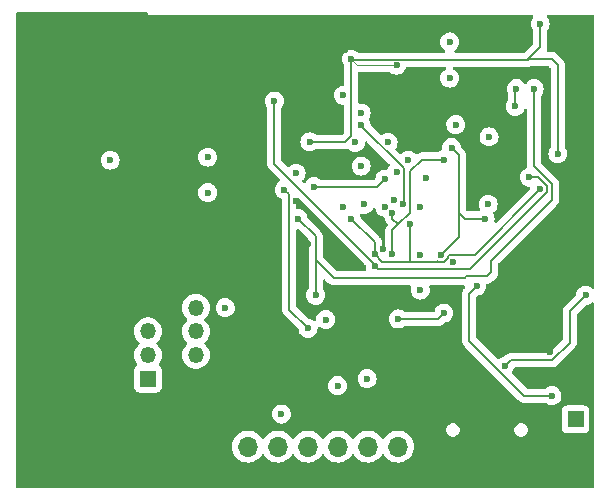
<source format=gbr>
%TF.GenerationSoftware,KiCad,Pcbnew,8.0.2*%
%TF.CreationDate,2025-04-11T11:55:07+07:00*%
%TF.ProjectId,wearable_device,77656172-6162-46c6-955f-646576696365,rev?*%
%TF.SameCoordinates,Original*%
%TF.FileFunction,Copper,L2,Inr*%
%TF.FilePolarity,Positive*%
%FSLAX46Y46*%
G04 Gerber Fmt 4.6, Leading zero omitted, Abs format (unit mm)*
G04 Created by KiCad (PCBNEW 8.0.2) date 2025-04-11 11:55:07*
%MOMM*%
%LPD*%
G01*
G04 APERTURE LIST*
%TA.AperFunction,ComponentPad*%
%ADD10R,1.350000X1.350000*%
%TD*%
%TA.AperFunction,ComponentPad*%
%ADD11R,1.700000X1.700000*%
%TD*%
%TA.AperFunction,ComponentPad*%
%ADD12O,1.700000X1.700000*%
%TD*%
%TA.AperFunction,ComponentPad*%
%ADD13O,1.000000X2.100000*%
%TD*%
%TA.AperFunction,ComponentPad*%
%ADD14O,1.000000X1.800000*%
%TD*%
%TA.AperFunction,ComponentPad*%
%ADD15O,1.350000X1.350000*%
%TD*%
%TA.AperFunction,ViaPad*%
%ADD16C,0.600000*%
%TD*%
%TA.AperFunction,Conductor*%
%ADD17C,0.200000*%
%TD*%
%TA.AperFunction,Conductor*%
%ADD18C,0.100000*%
%TD*%
G04 APERTURE END LIST*
D10*
%TO.N,GND*%
%TO.C,J6*%
X225150000Y-95450000D03*
%TD*%
D11*
%TO.N,GND*%
%TO.C,J5*%
X194875000Y-94250000D03*
D12*
%TO.N,+3.3V*%
X197415000Y-94250000D03*
%TO.N,/SCLK_TFT*%
X199955000Y-94250000D03*
%TO.N,/MOSI_TFT*%
X202495000Y-94250000D03*
%TO.N,/RES_TFT*%
X205035000Y-94250000D03*
%TO.N,/DC_TFT*%
X207575000Y-94250000D03*
%TO.N,/BLK_TFT*%
X210115000Y-94250000D03*
%TD*%
D13*
%TO.N,GND*%
%TO.C,P1*%
X213330000Y-92345000D03*
D14*
X213330000Y-96525000D03*
D13*
X221970000Y-92345000D03*
D14*
X221970000Y-96525000D03*
%TD*%
D10*
%TO.N,GND*%
%TO.C,J3*%
X193000000Y-88500000D03*
D15*
%TO.N,Net-(J3-Pin_2)*%
X193000000Y-86500000D03*
%TO.N,Net-(J3-Pin_3)*%
X193000000Y-84500000D03*
%TO.N,/INT_MAX*%
X193000000Y-82500000D03*
%TD*%
D10*
%TO.N,+3.3V*%
%TO.C,J4*%
X188950000Y-88500000D03*
D15*
%TO.N,/I2C_SDA*%
X188950000Y-86500000D03*
%TO.N,/I2C_SCL*%
X188950000Y-84500000D03*
%TO.N,GND*%
X188950000Y-82500000D03*
%TD*%
D10*
%TO.N,/VTP4*%
%TO.C,J2*%
X225150000Y-91950000D03*
%TD*%
D16*
%TO.N,GND*%
X197000000Y-92250000D03*
X209000000Y-64000000D03*
X209000000Y-67250000D03*
X221500000Y-94000000D03*
X210750000Y-64750000D03*
X214000000Y-81750000D03*
X195250000Y-68250000D03*
X221000000Y-91000000D03*
X214000000Y-66250000D03*
X198750000Y-81500000D03*
X226000000Y-89750000D03*
X214250000Y-93750000D03*
X201500000Y-73500000D03*
X210000000Y-59250000D03*
X194250000Y-88500000D03*
X212500000Y-64750000D03*
X203250000Y-60500000D03*
X208250000Y-59250000D03*
X202500000Y-77100000D03*
X223000000Y-86250000D03*
X208250000Y-63250000D03*
X205500000Y-59500000D03*
X207500000Y-59250000D03*
X208842822Y-77550000D03*
X194500000Y-96750000D03*
X184000000Y-63000000D03*
X190250000Y-74250000D03*
X212500000Y-66500000D03*
X215500000Y-59250000D03*
X224000000Y-79500000D03*
X209250000Y-59250000D03*
X214250000Y-96250000D03*
X195250000Y-92750000D03*
X205618507Y-60650000D03*
X192000000Y-66000000D03*
X188950000Y-80500000D03*
X215500000Y-65250000D03*
X210000000Y-81750000D03*
X214803388Y-78645734D03*
X210750000Y-66250000D03*
X193500000Y-74250000D03*
X187250000Y-74250000D03*
X226500000Y-66750000D03*
X208750000Y-65500000D03*
X214000000Y-67250000D03*
X220750000Y-96500000D03*
%TO.N,/RXD1*%
X209784456Y-73392228D03*
%TO.N,/TXD1*%
X203000000Y-72250000D03*
X209000000Y-71600000D03*
%TO.N,/INT_MAX*%
X207000000Y-66000000D03*
X195500000Y-82500000D03*
%TO.N,/SCLK_TFT*%
X207250000Y-73750000D03*
%TO.N,/BTN_CONTROL*%
X217824266Y-68024263D03*
%TO.N,/RES_TFT*%
X201500000Y-71100002D03*
%TO.N,/BLK_TFT*%
X202500000Y-84250000D03*
X200500000Y-72500000D03*
%TO.N,/MOSI_TFT*%
X205500000Y-74000000D03*
X205000000Y-89100000D03*
%TO.N,/DC_TFT*%
X217750000Y-73750000D03*
X209273527Y-68500000D03*
%TO.N,/I2C_SDA*%
X211000000Y-70000000D03*
X210000000Y-71000000D03*
X215000000Y-67000000D03*
%TO.N,+3.3V*%
X222150000Y-72450000D03*
X222150000Y-58450000D03*
X214500000Y-63060000D03*
X210000000Y-61960000D03*
X208150000Y-77950000D03*
X211150000Y-75450000D03*
X194000000Y-69750000D03*
X185750000Y-70000000D03*
X214500000Y-60000000D03*
X206150000Y-74950000D03*
X202650000Y-68450000D03*
X200250000Y-91500000D03*
X223650000Y-69450000D03*
X206150000Y-61450000D03*
X207500000Y-88500000D03*
X194000000Y-72750000D03*
%TO.N,/I2C_SCL*%
X207000000Y-70500000D03*
X212500000Y-71500000D03*
%TO.N,/SG_CHRG*%
X213750000Y-78000000D03*
X217500000Y-74950000D03*
X214650000Y-68950000D03*
%TO.N,/SG_STDBY*%
X214000000Y-69950000D03*
X209650000Y-77950000D03*
X209650000Y-74450000D03*
%TO.N,/STDBY*%
X210150000Y-83450000D03*
X214000000Y-82950000D03*
%TO.N,Net-(U1-RXD0)*%
X220050000Y-65450000D03*
X220150000Y-63950000D03*
%TO.N,/POWER_5V*%
X226000000Y-81450000D03*
X219150000Y-87450000D03*
%TO.N,/VTP4*%
X223150000Y-89950000D03*
X216790000Y-80660000D03*
%TO.N,/IRQ_ACC*%
X205500000Y-64500000D03*
%TO.N,/DTR*%
X208200000Y-79000000D03*
X199650000Y-65000000D03*
X221250000Y-71450000D03*
%TO.N,/RTS*%
X221650000Y-63950000D03*
X203150000Y-81450000D03*
X201650000Y-74950000D03*
%TO.N,/CS_SPI2*%
X206500000Y-68500000D03*
%TO.N,/CLK_SPI2*%
X209000000Y-73975000D03*
%TO.N,/MOSI_SPI2*%
X210500000Y-73750000D03*
X207000000Y-67000000D03*
%TO.N,/MISO_SPI2*%
X211998441Y-73986459D03*
X212000000Y-78000000D03*
X204000000Y-83500000D03*
X212000000Y-81000000D03*
%TD*%
D17*
%TO.N,/TXD1*%
X208350000Y-72250000D02*
X209000000Y-71600000D01*
X203000000Y-72250000D02*
X208350000Y-72250000D01*
%TO.N,/BLK_TFT*%
X200900000Y-82650000D02*
X200900000Y-72900000D01*
X202500000Y-84250000D02*
X200900000Y-82650000D01*
X200900000Y-72900000D02*
X200500000Y-72500000D01*
D18*
%TO.N,+3.3V*%
X206660000Y-61960000D02*
X206150000Y-61450000D01*
D17*
X221100000Y-61500000D02*
X221150000Y-61450000D01*
X202650000Y-68450000D02*
X205650000Y-68450000D01*
X206200000Y-61500000D02*
X221100000Y-61500000D01*
X213450735Y-78549265D02*
X213400000Y-78600000D01*
X213998529Y-78600000D02*
X213501471Y-78600000D01*
X213501471Y-78600000D02*
X213450735Y-78549265D01*
X206150000Y-67950000D02*
X206150000Y-61450000D01*
X221150000Y-61450000D02*
X223150000Y-61450000D01*
X211150000Y-78600000D02*
X208800000Y-78600000D01*
D18*
X210000000Y-61960000D02*
X206660000Y-61960000D01*
D17*
X206150000Y-61450000D02*
X206200000Y-61500000D01*
X211150000Y-75450000D02*
X211150000Y-78600000D01*
X223150000Y-61450000D02*
X223650000Y-61950000D01*
X205650000Y-68450000D02*
X206150000Y-67950000D01*
X222150000Y-58450000D02*
X222150000Y-60450000D01*
X208800000Y-78600000D02*
X208150000Y-77950000D01*
X214350000Y-78248529D02*
X213998529Y-78600000D01*
X214500000Y-78000000D02*
X214350000Y-78150000D01*
X206150000Y-74950000D02*
X208150000Y-76950000D01*
X216600000Y-78000000D02*
X214500000Y-78000000D01*
X222150000Y-60450000D02*
X221150000Y-61450000D01*
X208150000Y-76950000D02*
X208150000Y-77950000D01*
X223650000Y-61950000D02*
X223650000Y-69450000D01*
X214350000Y-78150000D02*
X214350000Y-78248529D01*
X213400000Y-78600000D02*
X211150000Y-78600000D01*
X222150000Y-72450000D02*
X216600000Y-78000000D01*
%TO.N,/SG_CHRG*%
X215250000Y-69550000D02*
X214650000Y-68950000D01*
X217500000Y-74950000D02*
X215750000Y-74950000D01*
X215750000Y-74950000D02*
X215250000Y-74450000D01*
X213750000Y-78000000D02*
X215250000Y-76500000D01*
X215250000Y-74450000D02*
X215250000Y-69550000D01*
X215250000Y-76500000D02*
X215250000Y-74450000D01*
%TO.N,/SG_STDBY*%
X211150000Y-70950000D02*
X211150000Y-74450000D01*
X209650000Y-74950000D02*
X210150000Y-75450000D01*
X211150000Y-74450000D02*
X210150000Y-75450000D01*
X209650000Y-77950000D02*
X209650000Y-75950000D01*
X209650000Y-74450000D02*
X209650000Y-74950000D01*
X212150000Y-69950000D02*
X211150000Y-70950000D01*
X214000000Y-69950000D02*
X212150000Y-69950000D01*
X209650000Y-75950000D02*
X210150000Y-75450000D01*
%TO.N,/STDBY*%
X214000000Y-82950000D02*
X213500000Y-83450000D01*
X213500000Y-83450000D02*
X210150000Y-83450000D01*
%TO.N,Net-(U1-RXD0)*%
X220050000Y-65450000D02*
X220050000Y-64050000D01*
X220050000Y-64050000D02*
X220150000Y-63950000D01*
%TO.N,/POWER_5V*%
X224650000Y-82800000D02*
X224650000Y-85450000D01*
X219650000Y-86950000D02*
X219150000Y-87450000D01*
X226000000Y-81450000D02*
X224650000Y-82800000D01*
X224650000Y-85450000D02*
X223150000Y-86950000D01*
X223150000Y-86950000D02*
X219650000Y-86950000D01*
%TO.N,/VTP4*%
X216790000Y-80660000D02*
X216150000Y-81300000D01*
X216150000Y-85298529D02*
X220801471Y-89950000D01*
X216150000Y-81300000D02*
X216150000Y-85298529D01*
X220801471Y-89950000D02*
X223150000Y-89950000D01*
%TO.N,/DTR*%
X221250000Y-71450000D02*
X221998529Y-71450000D01*
X222750000Y-72201471D02*
X222750000Y-72698529D01*
X199650000Y-70298529D02*
X208200000Y-78848529D01*
X208150000Y-78950000D02*
X208200000Y-79000000D01*
X208200000Y-78848529D02*
X208200000Y-79000000D01*
X199650000Y-65000000D02*
X199650000Y-70298529D01*
X222750000Y-72698529D02*
X216198529Y-79250000D01*
X208450000Y-79250000D02*
X208200000Y-79000000D01*
X216198529Y-79250000D02*
X208450000Y-79250000D01*
X221998529Y-71450000D02*
X222750000Y-72201471D01*
%TO.N,/RTS*%
X203150000Y-78450000D02*
X203150000Y-76450000D01*
X217650000Y-79850000D02*
X215901471Y-79850000D01*
X223150000Y-73357108D02*
X218000000Y-78507108D01*
X215901471Y-79850000D02*
X215751471Y-80000000D01*
X218000000Y-78507108D02*
X218000000Y-79500000D01*
X218000000Y-79500000D02*
X217650000Y-79850000D01*
X221650000Y-70535785D02*
X223150000Y-72035785D01*
X221650000Y-63950000D02*
X221650000Y-70535785D01*
X215751471Y-80000000D02*
X204700000Y-80000000D01*
X223150000Y-72035785D02*
X223150000Y-73357108D01*
X204700000Y-80000000D02*
X203150000Y-78450000D01*
X201650000Y-74950000D02*
X203150000Y-76450000D01*
X203150000Y-76450000D02*
X203150000Y-81450000D01*
%TO.N,/MOSI_SPI2*%
X207000000Y-67000000D02*
X207000000Y-67075002D01*
X210600000Y-73650000D02*
X210500000Y-73750000D01*
X210600000Y-70675002D02*
X210600000Y-73650000D01*
X207000000Y-67075002D02*
X210600000Y-70675002D01*
%TD*%
%TA.AperFunction,Conductor*%
%TO.N,GND*%
G36*
X188893039Y-57520185D02*
G01*
X188938794Y-57572989D01*
X188950000Y-57624500D01*
X188950000Y-57700000D01*
X221468560Y-57700000D01*
X221535599Y-57719685D01*
X221581354Y-57772489D01*
X221591298Y-57841647D01*
X221562273Y-57905203D01*
X221556241Y-57911681D01*
X221520184Y-57947737D01*
X221424211Y-58100476D01*
X221364631Y-58270745D01*
X221364630Y-58270750D01*
X221344435Y-58449996D01*
X221344435Y-58450003D01*
X221364630Y-58629249D01*
X221364631Y-58629254D01*
X221424211Y-58799523D01*
X221520185Y-58952263D01*
X221522445Y-58955097D01*
X221523334Y-58957275D01*
X221523889Y-58958158D01*
X221523734Y-58958255D01*
X221548855Y-59019783D01*
X221549500Y-59032412D01*
X221549500Y-60149902D01*
X221529815Y-60216941D01*
X221513181Y-60237583D01*
X220887584Y-60863181D01*
X220826261Y-60896666D01*
X220799903Y-60899500D01*
X215003476Y-60899500D01*
X214936437Y-60879815D01*
X214890682Y-60827011D01*
X214880738Y-60757853D01*
X214909763Y-60694297D01*
X214937504Y-60670506D01*
X215002262Y-60629816D01*
X215129816Y-60502262D01*
X215225789Y-60349522D01*
X215285368Y-60179255D01*
X215285369Y-60179249D01*
X215305565Y-60000003D01*
X215305565Y-59999996D01*
X215285369Y-59820750D01*
X215285368Y-59820745D01*
X215225788Y-59650476D01*
X215129815Y-59497737D01*
X215002262Y-59370184D01*
X214849523Y-59274211D01*
X214679254Y-59214631D01*
X214679249Y-59214630D01*
X214500004Y-59194435D01*
X214499996Y-59194435D01*
X214320750Y-59214630D01*
X214320745Y-59214631D01*
X214150476Y-59274211D01*
X213997737Y-59370184D01*
X213870184Y-59497737D01*
X213774211Y-59650476D01*
X213714631Y-59820745D01*
X213714630Y-59820750D01*
X213694435Y-59999996D01*
X213694435Y-60000003D01*
X213714630Y-60179249D01*
X213714631Y-60179254D01*
X213774211Y-60349523D01*
X213787670Y-60370942D01*
X213870184Y-60502262D01*
X213997738Y-60629816D01*
X214062496Y-60670506D01*
X214108787Y-60722841D01*
X214119435Y-60791894D01*
X214091060Y-60855743D01*
X214032670Y-60894115D01*
X213996524Y-60899500D01*
X206782940Y-60899500D01*
X206715901Y-60879815D01*
X206695259Y-60863181D01*
X206652262Y-60820184D01*
X206499523Y-60724211D01*
X206329254Y-60664631D01*
X206329249Y-60664630D01*
X206150004Y-60644435D01*
X206149996Y-60644435D01*
X205970750Y-60664630D01*
X205970745Y-60664631D01*
X205800476Y-60724211D01*
X205647737Y-60820184D01*
X205520184Y-60947737D01*
X205424211Y-61100476D01*
X205364631Y-61270745D01*
X205364630Y-61270750D01*
X205344435Y-61449996D01*
X205344435Y-61450003D01*
X205364630Y-61629249D01*
X205364631Y-61629254D01*
X205424211Y-61799523D01*
X205520185Y-61952263D01*
X205522445Y-61955097D01*
X205523334Y-61957275D01*
X205523889Y-61958158D01*
X205523734Y-61958255D01*
X205548855Y-62019783D01*
X205549500Y-62032412D01*
X205549500Y-63578044D01*
X205529815Y-63645083D01*
X205477011Y-63690838D01*
X205439384Y-63701264D01*
X205320749Y-63714630D01*
X205320745Y-63714631D01*
X205150476Y-63774211D01*
X204997737Y-63870184D01*
X204870184Y-63997737D01*
X204774211Y-64150476D01*
X204714631Y-64320745D01*
X204714630Y-64320750D01*
X204694435Y-64499996D01*
X204694435Y-64500003D01*
X204714630Y-64679249D01*
X204714631Y-64679254D01*
X204774211Y-64849523D01*
X204835922Y-64947734D01*
X204870184Y-65002262D01*
X204997738Y-65129816D01*
X205026051Y-65147606D01*
X205132721Y-65214632D01*
X205150478Y-65225789D01*
X205320745Y-65285368D01*
X205320749Y-65285369D01*
X205411607Y-65295605D01*
X205439383Y-65298735D01*
X205503797Y-65325801D01*
X205543352Y-65383395D01*
X205549500Y-65421955D01*
X205549500Y-67649901D01*
X205529815Y-67716940D01*
X205513182Y-67737582D01*
X205437584Y-67813181D01*
X205376261Y-67846666D01*
X205349902Y-67849500D01*
X203232412Y-67849500D01*
X203165373Y-67829815D01*
X203155097Y-67822445D01*
X203152263Y-67820185D01*
X203152262Y-67820184D01*
X203095496Y-67784515D01*
X202999523Y-67724211D01*
X202829254Y-67664631D01*
X202829249Y-67664630D01*
X202650004Y-67644435D01*
X202649996Y-67644435D01*
X202470750Y-67664630D01*
X202470745Y-67664631D01*
X202300476Y-67724211D01*
X202147737Y-67820184D01*
X202020184Y-67947737D01*
X201924211Y-68100476D01*
X201864631Y-68270745D01*
X201864630Y-68270750D01*
X201844435Y-68449996D01*
X201844435Y-68450003D01*
X201864630Y-68629249D01*
X201864631Y-68629254D01*
X201924211Y-68799523D01*
X202013576Y-68941745D01*
X202020184Y-68952262D01*
X202147738Y-69079816D01*
X202238080Y-69136582D01*
X202282721Y-69164632D01*
X202300478Y-69175789D01*
X202438860Y-69224211D01*
X202470745Y-69235368D01*
X202470750Y-69235369D01*
X202649996Y-69255565D01*
X202650000Y-69255565D01*
X202650004Y-69255565D01*
X202829249Y-69235369D01*
X202829252Y-69235368D01*
X202829255Y-69235368D01*
X202999522Y-69175789D01*
X203152262Y-69079816D01*
X203152267Y-69079810D01*
X203155097Y-69077555D01*
X203157275Y-69076665D01*
X203158158Y-69076111D01*
X203158255Y-69076265D01*
X203219783Y-69051145D01*
X203232412Y-69050500D01*
X205563331Y-69050500D01*
X205563347Y-69050501D01*
X205570943Y-69050501D01*
X205729056Y-69050501D01*
X205729057Y-69050501D01*
X205809251Y-69029012D01*
X205879101Y-69030673D01*
X205929027Y-69061105D01*
X205997738Y-69129816D01*
X206062410Y-69170452D01*
X206147966Y-69224211D01*
X206150478Y-69225789D01*
X206213202Y-69247737D01*
X206320745Y-69285368D01*
X206320750Y-69285369D01*
X206499996Y-69305565D01*
X206500000Y-69305565D01*
X206500004Y-69305565D01*
X206679249Y-69285369D01*
X206679252Y-69285368D01*
X206679255Y-69285368D01*
X206849522Y-69225789D01*
X207002262Y-69129816D01*
X207129816Y-69002262D01*
X207225789Y-68849522D01*
X207285368Y-68679255D01*
X207304096Y-68513029D01*
X207331162Y-68448618D01*
X207388756Y-68409063D01*
X207458593Y-68406924D01*
X207514997Y-68439234D01*
X209384160Y-70308397D01*
X209417645Y-70369720D01*
X209412661Y-70439412D01*
X209384165Y-70483755D01*
X209370185Y-70497735D01*
X209274209Y-70650480D01*
X209248007Y-70725361D01*
X209207286Y-70782137D01*
X209142333Y-70807884D01*
X209117083Y-70807626D01*
X209000004Y-70794435D01*
X208999996Y-70794435D01*
X208820750Y-70814630D01*
X208820745Y-70814631D01*
X208650476Y-70874211D01*
X208497737Y-70970184D01*
X208370184Y-71097737D01*
X208274210Y-71250478D01*
X208214630Y-71420750D01*
X208204837Y-71507667D01*
X208177770Y-71572081D01*
X208169301Y-71581461D01*
X208137586Y-71613178D01*
X208076264Y-71646665D01*
X208049902Y-71649500D01*
X203582412Y-71649500D01*
X203515373Y-71629815D01*
X203505097Y-71622445D01*
X203502263Y-71620185D01*
X203502262Y-71620184D01*
X203425707Y-71572081D01*
X203349523Y-71524211D01*
X203179254Y-71464631D01*
X203179249Y-71464630D01*
X203000004Y-71444435D01*
X202999996Y-71444435D01*
X202820750Y-71464630D01*
X202820745Y-71464631D01*
X202650476Y-71524211D01*
X202497737Y-71620184D01*
X202370184Y-71747737D01*
X202370182Y-71747740D01*
X202290168Y-71875080D01*
X202237833Y-71921371D01*
X202168780Y-71932018D01*
X202104932Y-71903643D01*
X202097494Y-71896788D01*
X202054074Y-71853368D01*
X202020589Y-71792045D01*
X202025573Y-71722353D01*
X202054074Y-71678006D01*
X202085415Y-71646665D01*
X202129816Y-71602264D01*
X202225789Y-71449524D01*
X202285368Y-71279257D01*
X202285369Y-71279251D01*
X202305565Y-71100005D01*
X202305565Y-71099998D01*
X202285369Y-70920752D01*
X202285368Y-70920747D01*
X202248236Y-70814630D01*
X202225789Y-70750480D01*
X202216293Y-70735368D01*
X202173488Y-70667244D01*
X202129816Y-70597740D01*
X202032072Y-70499996D01*
X206194435Y-70499996D01*
X206194435Y-70500003D01*
X206214630Y-70679249D01*
X206214631Y-70679254D01*
X206274211Y-70849523D01*
X206335924Y-70947738D01*
X206370184Y-71002262D01*
X206497738Y-71129816D01*
X206650478Y-71225789D01*
X206778955Y-71270745D01*
X206820745Y-71285368D01*
X206820750Y-71285369D01*
X206999996Y-71305565D01*
X207000000Y-71305565D01*
X207000004Y-71305565D01*
X207179249Y-71285369D01*
X207179252Y-71285368D01*
X207179255Y-71285368D01*
X207349522Y-71225789D01*
X207502262Y-71129816D01*
X207629816Y-71002262D01*
X207725789Y-70849522D01*
X207785368Y-70679255D01*
X207785759Y-70675788D01*
X207805565Y-70500003D01*
X207805565Y-70499996D01*
X207785369Y-70320750D01*
X207785368Y-70320745D01*
X207764828Y-70262046D01*
X207725789Y-70150478D01*
X207629816Y-69997738D01*
X207502262Y-69870184D01*
X207349523Y-69774211D01*
X207179254Y-69714631D01*
X207179249Y-69714630D01*
X207000004Y-69694435D01*
X206999996Y-69694435D01*
X206820750Y-69714630D01*
X206820745Y-69714631D01*
X206650476Y-69774211D01*
X206497737Y-69870184D01*
X206370184Y-69997737D01*
X206274211Y-70150476D01*
X206214631Y-70320745D01*
X206214630Y-70320750D01*
X206194435Y-70499996D01*
X202032072Y-70499996D01*
X202002262Y-70470186D01*
X201980844Y-70456728D01*
X201849523Y-70374213D01*
X201679254Y-70314633D01*
X201679249Y-70314632D01*
X201500004Y-70294437D01*
X201499996Y-70294437D01*
X201320750Y-70314632D01*
X201320745Y-70314633D01*
X201150476Y-70374213D01*
X200997737Y-70470186D01*
X200997736Y-70470187D01*
X200921994Y-70545928D01*
X200860671Y-70579413D01*
X200790979Y-70574427D01*
X200746633Y-70545927D01*
X200286819Y-70086113D01*
X200253334Y-70024790D01*
X200250500Y-69998432D01*
X200250500Y-65582412D01*
X200270185Y-65515373D01*
X200277555Y-65505097D01*
X200279810Y-65502267D01*
X200279816Y-65502262D01*
X200375789Y-65349522D01*
X200435368Y-65179255D01*
X200438934Y-65147606D01*
X200455565Y-65000003D01*
X200455565Y-64999996D01*
X200435369Y-64820750D01*
X200435368Y-64820745D01*
X200375789Y-64650478D01*
X200279816Y-64497738D01*
X200152262Y-64370184D01*
X200103857Y-64339769D01*
X199999523Y-64274211D01*
X199829254Y-64214631D01*
X199829249Y-64214630D01*
X199650004Y-64194435D01*
X199649996Y-64194435D01*
X199470750Y-64214630D01*
X199470745Y-64214631D01*
X199300476Y-64274211D01*
X199147737Y-64370184D01*
X199020184Y-64497737D01*
X198924211Y-64650476D01*
X198864631Y-64820745D01*
X198864630Y-64820750D01*
X198844435Y-64999996D01*
X198844435Y-65000003D01*
X198864630Y-65179249D01*
X198864631Y-65179254D01*
X198924211Y-65349523D01*
X198969724Y-65421955D01*
X199017341Y-65497738D01*
X199020185Y-65502263D01*
X199022445Y-65505097D01*
X199023334Y-65507275D01*
X199023889Y-65508158D01*
X199023734Y-65508255D01*
X199048855Y-65569783D01*
X199049500Y-65582412D01*
X199049500Y-70211859D01*
X199049499Y-70211877D01*
X199049499Y-70377581D01*
X199049498Y-70377583D01*
X199075813Y-70475789D01*
X199090423Y-70530314D01*
X199102078Y-70550500D01*
X199147012Y-70628330D01*
X199169479Y-70667244D01*
X199288349Y-70786114D01*
X199288355Y-70786119D01*
X200117889Y-71615653D01*
X200151374Y-71676976D01*
X200146390Y-71746668D01*
X200104518Y-71802601D01*
X200096181Y-71808327D01*
X199997739Y-71870182D01*
X199870184Y-71997737D01*
X199774211Y-72150476D01*
X199714631Y-72320745D01*
X199714630Y-72320750D01*
X199694435Y-72499996D01*
X199694435Y-72500003D01*
X199714630Y-72679249D01*
X199714631Y-72679254D01*
X199774211Y-72849523D01*
X199833849Y-72944435D01*
X199870184Y-73002262D01*
X199997738Y-73129816D01*
X200132719Y-73214630D01*
X200150478Y-73225789D01*
X200216454Y-73248875D01*
X200273230Y-73289597D01*
X200298978Y-73354549D01*
X200299500Y-73365917D01*
X200299500Y-82563330D01*
X200299499Y-82563348D01*
X200299499Y-82729054D01*
X200299498Y-82729054D01*
X200299499Y-82729057D01*
X200337314Y-82870184D01*
X200340424Y-82881787D01*
X200357126Y-82910715D01*
X200357127Y-82910717D01*
X200419477Y-83018712D01*
X200419481Y-83018717D01*
X200538349Y-83137585D01*
X200538355Y-83137590D01*
X201669298Y-84268534D01*
X201702783Y-84329857D01*
X201704837Y-84342331D01*
X201714630Y-84429249D01*
X201774210Y-84599521D01*
X201847976Y-84716918D01*
X201870184Y-84752262D01*
X201997738Y-84879816D01*
X202150478Y-84975789D01*
X202290515Y-85024790D01*
X202320745Y-85035368D01*
X202320750Y-85035369D01*
X202499996Y-85055565D01*
X202500000Y-85055565D01*
X202500004Y-85055565D01*
X202679249Y-85035369D01*
X202679252Y-85035368D01*
X202679255Y-85035368D01*
X202849522Y-84975789D01*
X203002262Y-84879816D01*
X203129816Y-84752262D01*
X203225789Y-84599522D01*
X203285368Y-84429255D01*
X203295162Y-84342331D01*
X203305565Y-84250003D01*
X203305565Y-84250000D01*
X203305180Y-84246586D01*
X203305565Y-84244387D01*
X203305565Y-84243036D01*
X203305802Y-84243036D01*
X203317230Y-84177764D01*
X203364575Y-84126381D01*
X203432184Y-84108752D01*
X203494371Y-84127700D01*
X203497737Y-84129815D01*
X203497738Y-84129816D01*
X203650478Y-84225789D01*
X203814198Y-84283077D01*
X203820745Y-84285368D01*
X203820750Y-84285369D01*
X203999996Y-84305565D01*
X204000000Y-84305565D01*
X204000004Y-84305565D01*
X204179249Y-84285369D01*
X204179252Y-84285368D01*
X204179255Y-84285368D01*
X204349522Y-84225789D01*
X204502262Y-84129816D01*
X204629816Y-84002262D01*
X204725789Y-83849522D01*
X204785368Y-83679255D01*
X204785759Y-83675789D01*
X204805565Y-83500003D01*
X204805565Y-83499996D01*
X204799931Y-83449996D01*
X209344435Y-83449996D01*
X209344435Y-83450003D01*
X209364630Y-83629249D01*
X209364631Y-83629254D01*
X209424211Y-83799523D01*
X209520184Y-83952262D01*
X209647738Y-84079816D01*
X209800478Y-84175789D01*
X209943367Y-84225788D01*
X209970745Y-84235368D01*
X209970750Y-84235369D01*
X210149996Y-84255565D01*
X210150000Y-84255565D01*
X210150004Y-84255565D01*
X210329249Y-84235369D01*
X210329252Y-84235368D01*
X210329255Y-84235368D01*
X210499522Y-84175789D01*
X210652262Y-84079816D01*
X210652267Y-84079810D01*
X210655097Y-84077555D01*
X210657275Y-84076665D01*
X210658158Y-84076111D01*
X210658255Y-84076265D01*
X210719783Y-84051145D01*
X210732412Y-84050500D01*
X213413331Y-84050500D01*
X213413347Y-84050501D01*
X213420943Y-84050501D01*
X213579054Y-84050501D01*
X213579057Y-84050501D01*
X213731785Y-84009577D01*
X213781904Y-83980639D01*
X213868716Y-83930520D01*
X213980520Y-83818716D01*
X213980521Y-83818714D01*
X213999713Y-83799522D01*
X214018535Y-83780700D01*
X214079858Y-83747215D01*
X214092315Y-83745163D01*
X214179255Y-83735368D01*
X214349522Y-83675789D01*
X214502262Y-83579816D01*
X214629816Y-83452262D01*
X214725789Y-83299522D01*
X214785368Y-83129255D01*
X214786245Y-83121472D01*
X214805565Y-82950003D01*
X214805565Y-82949996D01*
X214785369Y-82770750D01*
X214785368Y-82770745D01*
X214767942Y-82720945D01*
X214725789Y-82600478D01*
X214707228Y-82570939D01*
X214629815Y-82447737D01*
X214502262Y-82320184D01*
X214349523Y-82224211D01*
X214179254Y-82164631D01*
X214179249Y-82164630D01*
X214000004Y-82144435D01*
X213999996Y-82144435D01*
X213820750Y-82164630D01*
X213820745Y-82164631D01*
X213650476Y-82224211D01*
X213497737Y-82320184D01*
X213370184Y-82447737D01*
X213274211Y-82600477D01*
X213216133Y-82766455D01*
X213175411Y-82823231D01*
X213110458Y-82848978D01*
X213099091Y-82849500D01*
X210732412Y-82849500D01*
X210665373Y-82829815D01*
X210655097Y-82822445D01*
X210652263Y-82820185D01*
X210652262Y-82820184D01*
X210595496Y-82784515D01*
X210499523Y-82724211D01*
X210329254Y-82664631D01*
X210329249Y-82664630D01*
X210150004Y-82644435D01*
X210149996Y-82644435D01*
X209970750Y-82664630D01*
X209970745Y-82664631D01*
X209800476Y-82724211D01*
X209647737Y-82820184D01*
X209520184Y-82947737D01*
X209424211Y-83100476D01*
X209364631Y-83270745D01*
X209364630Y-83270750D01*
X209344435Y-83449996D01*
X204799931Y-83449996D01*
X204785369Y-83320750D01*
X204785368Y-83320745D01*
X204725788Y-83150476D01*
X204686582Y-83088080D01*
X204629816Y-82997738D01*
X204502262Y-82870184D01*
X204468513Y-82848978D01*
X204349523Y-82774211D01*
X204179254Y-82714631D01*
X204179249Y-82714630D01*
X204000004Y-82694435D01*
X203999996Y-82694435D01*
X203820750Y-82714630D01*
X203820745Y-82714631D01*
X203650476Y-82774211D01*
X203497737Y-82870184D01*
X203370184Y-82997737D01*
X203274211Y-83150476D01*
X203214631Y-83320745D01*
X203214630Y-83320750D01*
X203198032Y-83468074D01*
X203194435Y-83500000D01*
X203194821Y-83503423D01*
X203194435Y-83505626D01*
X203194435Y-83506964D01*
X203194201Y-83506964D01*
X203182765Y-83572245D01*
X203135415Y-83623624D01*
X203067804Y-83641247D01*
X203005628Y-83622299D01*
X202849521Y-83524210D01*
X202679249Y-83464630D01*
X202592331Y-83454837D01*
X202527917Y-83427770D01*
X202518534Y-83419298D01*
X201536819Y-82437583D01*
X201503334Y-82376260D01*
X201500500Y-82349902D01*
X201500500Y-75949097D01*
X201520185Y-75882058D01*
X201572989Y-75836303D01*
X201642147Y-75826359D01*
X201705703Y-75855384D01*
X201712181Y-75861416D01*
X202513181Y-76662416D01*
X202546666Y-76723739D01*
X202549500Y-76750097D01*
X202549500Y-78363330D01*
X202549499Y-78363348D01*
X202549499Y-78539046D01*
X202549500Y-78539059D01*
X202549500Y-80867587D01*
X202529815Y-80934626D01*
X202522450Y-80944896D01*
X202520186Y-80947734D01*
X202424211Y-81100476D01*
X202364631Y-81270745D01*
X202364630Y-81270750D01*
X202344435Y-81449996D01*
X202344435Y-81450003D01*
X202364630Y-81629249D01*
X202364631Y-81629254D01*
X202424211Y-81799523D01*
X202468611Y-81870184D01*
X202520184Y-81952262D01*
X202647738Y-82079816D01*
X202730693Y-82131940D01*
X202782721Y-82164632D01*
X202800478Y-82175789D01*
X202938860Y-82224211D01*
X202970745Y-82235368D01*
X202970750Y-82235369D01*
X203149996Y-82255565D01*
X203150000Y-82255565D01*
X203150004Y-82255565D01*
X203329249Y-82235369D01*
X203329252Y-82235368D01*
X203329255Y-82235368D01*
X203499522Y-82175789D01*
X203652262Y-82079816D01*
X203779816Y-81952262D01*
X203875789Y-81799522D01*
X203935368Y-81629255D01*
X203935369Y-81629249D01*
X203955565Y-81450003D01*
X203955565Y-81449996D01*
X203935369Y-81270750D01*
X203935368Y-81270745D01*
X203917942Y-81220945D01*
X203875789Y-81100478D01*
X203779816Y-80947738D01*
X203779814Y-80947736D01*
X203779813Y-80947734D01*
X203777550Y-80944896D01*
X203776659Y-80942715D01*
X203776111Y-80941842D01*
X203776264Y-80941745D01*
X203751144Y-80880209D01*
X203750500Y-80867587D01*
X203750500Y-80199097D01*
X203770185Y-80132058D01*
X203822989Y-80086303D01*
X203892147Y-80076359D01*
X203955703Y-80105384D01*
X203962181Y-80111416D01*
X204215139Y-80364374D01*
X204215149Y-80364385D01*
X204219479Y-80368715D01*
X204219480Y-80368716D01*
X204331284Y-80480520D01*
X204418095Y-80530639D01*
X204418097Y-80530641D01*
X204454851Y-80551861D01*
X204468215Y-80559577D01*
X204620943Y-80600501D01*
X204620946Y-80600501D01*
X204786653Y-80600501D01*
X204786669Y-80600500D01*
X211116937Y-80600500D01*
X211183976Y-80620185D01*
X211229731Y-80672989D01*
X211239675Y-80742147D01*
X211233978Y-80765455D01*
X211214633Y-80820737D01*
X211214630Y-80820750D01*
X211194435Y-80999996D01*
X211194435Y-81000001D01*
X211214630Y-81179249D01*
X211214631Y-81179254D01*
X211274211Y-81349523D01*
X211337347Y-81450003D01*
X211370184Y-81502262D01*
X211497738Y-81629816D01*
X211588080Y-81686582D01*
X211632721Y-81714632D01*
X211650478Y-81725789D01*
X211788860Y-81774211D01*
X211820745Y-81785368D01*
X211820750Y-81785369D01*
X211999996Y-81805565D01*
X212000000Y-81805565D01*
X212000004Y-81805565D01*
X212179249Y-81785369D01*
X212179252Y-81785368D01*
X212179255Y-81785368D01*
X212349522Y-81725789D01*
X212502262Y-81629816D01*
X212629816Y-81502262D01*
X212725789Y-81349522D01*
X212785368Y-81179255D01*
X212797880Y-81068213D01*
X212805565Y-81000001D01*
X212805565Y-80999996D01*
X212785369Y-80820750D01*
X212785366Y-80820737D01*
X212766022Y-80765455D01*
X212762460Y-80695676D01*
X212797188Y-80635049D01*
X212859182Y-80602821D01*
X212883063Y-80600500D01*
X215664802Y-80600500D01*
X215664818Y-80600501D01*
X215700901Y-80600501D01*
X215767940Y-80620186D01*
X215813695Y-80672990D01*
X215823639Y-80742148D01*
X215794614Y-80805704D01*
X215788582Y-80812182D01*
X215669481Y-80931282D01*
X215669479Y-80931285D01*
X215659981Y-80947737D01*
X215629807Y-81000000D01*
X215590423Y-81068215D01*
X215549499Y-81220943D01*
X215549499Y-81220945D01*
X215549499Y-81389046D01*
X215549500Y-81389059D01*
X215549500Y-85211859D01*
X215549499Y-85211877D01*
X215549499Y-85377583D01*
X215549498Y-85377583D01*
X215557746Y-85408363D01*
X215590086Y-85529058D01*
X215590423Y-85530313D01*
X215590423Y-85530314D01*
X215605697Y-85556768D01*
X215605698Y-85556773D01*
X215605700Y-85556773D01*
X215625828Y-85591637D01*
X215669479Y-85667243D01*
X215669481Y-85667246D01*
X215788349Y-85786114D01*
X215788355Y-85786119D01*
X220316610Y-90314374D01*
X220316620Y-90314385D01*
X220320950Y-90318715D01*
X220320951Y-90318716D01*
X220432755Y-90430520D01*
X220432757Y-90430521D01*
X220432761Y-90430524D01*
X220569680Y-90509573D01*
X220569687Y-90509577D01*
X220681490Y-90539534D01*
X220722413Y-90550500D01*
X220722414Y-90550500D01*
X222567588Y-90550500D01*
X222634627Y-90570185D01*
X222644903Y-90577555D01*
X222647736Y-90579814D01*
X222647738Y-90579816D01*
X222800478Y-90675789D01*
X222911479Y-90714630D01*
X222970745Y-90735368D01*
X222970750Y-90735369D01*
X223149996Y-90755565D01*
X223150000Y-90755565D01*
X223150004Y-90755565D01*
X223329249Y-90735369D01*
X223329252Y-90735368D01*
X223329255Y-90735368D01*
X223499522Y-90675789D01*
X223652262Y-90579816D01*
X223779816Y-90452262D01*
X223875789Y-90299522D01*
X223935368Y-90129255D01*
X223955565Y-89950000D01*
X223950558Y-89905565D01*
X223935369Y-89770750D01*
X223935368Y-89770745D01*
X223902040Y-89675499D01*
X223875789Y-89600478D01*
X223779816Y-89447738D01*
X223652262Y-89320184D01*
X223628996Y-89305565D01*
X223499523Y-89224211D01*
X223329254Y-89164631D01*
X223329249Y-89164630D01*
X223150004Y-89144435D01*
X223149996Y-89144435D01*
X222970750Y-89164630D01*
X222970745Y-89164631D01*
X222800476Y-89224211D01*
X222647736Y-89320185D01*
X222644903Y-89322445D01*
X222642724Y-89323334D01*
X222641842Y-89323889D01*
X222641744Y-89323734D01*
X222580217Y-89348855D01*
X222567588Y-89349500D01*
X221101568Y-89349500D01*
X221034529Y-89329815D01*
X221013887Y-89313181D01*
X219800791Y-88100085D01*
X219767306Y-88038762D01*
X219772290Y-87969070D01*
X219783475Y-87946437D01*
X219875789Y-87799522D01*
X219933867Y-87633545D01*
X219974589Y-87576769D01*
X220039542Y-87551022D01*
X220050909Y-87550500D01*
X223063331Y-87550500D01*
X223063347Y-87550501D01*
X223070943Y-87550501D01*
X223229054Y-87550501D01*
X223229057Y-87550501D01*
X223381785Y-87509577D01*
X223431904Y-87480639D01*
X223518716Y-87430520D01*
X223630520Y-87318716D01*
X223630520Y-87318714D01*
X223640728Y-87308507D01*
X223640730Y-87308504D01*
X225008506Y-85940728D01*
X225008511Y-85940724D01*
X225018714Y-85930520D01*
X225018716Y-85930520D01*
X225130520Y-85818716D01*
X225209577Y-85681784D01*
X225250163Y-85530314D01*
X225250500Y-85529058D01*
X225250500Y-85370943D01*
X225250500Y-83100096D01*
X225270185Y-83033057D01*
X225286815Y-83012419D01*
X226018535Y-82280698D01*
X226079856Y-82247215D01*
X226092311Y-82245163D01*
X226179255Y-82235368D01*
X226349522Y-82175789D01*
X226502262Y-82079816D01*
X226537819Y-82044259D01*
X226599142Y-82010774D01*
X226668834Y-82015758D01*
X226724767Y-82057630D01*
X226749184Y-82123094D01*
X226749500Y-82131940D01*
X226749500Y-97625500D01*
X226729815Y-97692539D01*
X226677011Y-97738294D01*
X226625500Y-97749500D01*
X177874500Y-97749500D01*
X177807461Y-97729815D01*
X177761706Y-97677011D01*
X177750500Y-97625500D01*
X177750500Y-94249999D01*
X196059341Y-94249999D01*
X196059341Y-94250000D01*
X196079936Y-94485403D01*
X196079938Y-94485413D01*
X196141094Y-94713655D01*
X196141096Y-94713659D01*
X196141097Y-94713663D01*
X196145000Y-94722032D01*
X196240965Y-94927830D01*
X196240967Y-94927834D01*
X196349281Y-95082521D01*
X196376505Y-95121401D01*
X196543599Y-95288495D01*
X196640384Y-95356265D01*
X196737165Y-95424032D01*
X196737167Y-95424033D01*
X196737170Y-95424035D01*
X196951337Y-95523903D01*
X197179592Y-95585063D01*
X197367918Y-95601539D01*
X197414999Y-95605659D01*
X197415000Y-95605659D01*
X197415001Y-95605659D01*
X197454234Y-95602226D01*
X197650408Y-95585063D01*
X197878663Y-95523903D01*
X198092830Y-95424035D01*
X198286401Y-95288495D01*
X198453495Y-95121401D01*
X198583425Y-94935842D01*
X198638002Y-94892217D01*
X198707500Y-94885023D01*
X198769855Y-94916546D01*
X198786575Y-94935842D01*
X198916500Y-95121395D01*
X198916505Y-95121401D01*
X199083599Y-95288495D01*
X199180384Y-95356265D01*
X199277165Y-95424032D01*
X199277167Y-95424033D01*
X199277170Y-95424035D01*
X199491337Y-95523903D01*
X199719592Y-95585063D01*
X199907918Y-95601539D01*
X199954999Y-95605659D01*
X199955000Y-95605659D01*
X199955001Y-95605659D01*
X199994234Y-95602226D01*
X200190408Y-95585063D01*
X200418663Y-95523903D01*
X200632830Y-95424035D01*
X200826401Y-95288495D01*
X200993495Y-95121401D01*
X201123425Y-94935842D01*
X201178002Y-94892217D01*
X201247500Y-94885023D01*
X201309855Y-94916546D01*
X201326575Y-94935842D01*
X201456500Y-95121395D01*
X201456505Y-95121401D01*
X201623599Y-95288495D01*
X201720384Y-95356265D01*
X201817165Y-95424032D01*
X201817167Y-95424033D01*
X201817170Y-95424035D01*
X202031337Y-95523903D01*
X202259592Y-95585063D01*
X202447918Y-95601539D01*
X202494999Y-95605659D01*
X202495000Y-95605659D01*
X202495001Y-95605659D01*
X202534234Y-95602226D01*
X202730408Y-95585063D01*
X202958663Y-95523903D01*
X203172830Y-95424035D01*
X203366401Y-95288495D01*
X203533495Y-95121401D01*
X203663425Y-94935842D01*
X203718002Y-94892217D01*
X203787500Y-94885023D01*
X203849855Y-94916546D01*
X203866575Y-94935842D01*
X203996500Y-95121395D01*
X203996505Y-95121401D01*
X204163599Y-95288495D01*
X204260384Y-95356265D01*
X204357165Y-95424032D01*
X204357167Y-95424033D01*
X204357170Y-95424035D01*
X204571337Y-95523903D01*
X204799592Y-95585063D01*
X204987918Y-95601539D01*
X205034999Y-95605659D01*
X205035000Y-95605659D01*
X205035001Y-95605659D01*
X205074234Y-95602226D01*
X205270408Y-95585063D01*
X205498663Y-95523903D01*
X205712830Y-95424035D01*
X205906401Y-95288495D01*
X206073495Y-95121401D01*
X206203425Y-94935842D01*
X206258002Y-94892217D01*
X206327500Y-94885023D01*
X206389855Y-94916546D01*
X206406575Y-94935842D01*
X206536500Y-95121395D01*
X206536505Y-95121401D01*
X206703599Y-95288495D01*
X206800384Y-95356265D01*
X206897165Y-95424032D01*
X206897167Y-95424033D01*
X206897170Y-95424035D01*
X207111337Y-95523903D01*
X207339592Y-95585063D01*
X207527918Y-95601539D01*
X207574999Y-95605659D01*
X207575000Y-95605659D01*
X207575001Y-95605659D01*
X207614234Y-95602226D01*
X207810408Y-95585063D01*
X208038663Y-95523903D01*
X208252830Y-95424035D01*
X208446401Y-95288495D01*
X208613495Y-95121401D01*
X208743425Y-94935842D01*
X208798002Y-94892217D01*
X208867500Y-94885023D01*
X208929855Y-94916546D01*
X208946575Y-94935842D01*
X209076500Y-95121395D01*
X209076505Y-95121401D01*
X209243599Y-95288495D01*
X209340384Y-95356265D01*
X209437165Y-95424032D01*
X209437167Y-95424033D01*
X209437170Y-95424035D01*
X209651337Y-95523903D01*
X209879592Y-95585063D01*
X210067918Y-95601539D01*
X210114999Y-95605659D01*
X210115000Y-95605659D01*
X210115001Y-95605659D01*
X210154234Y-95602226D01*
X210350408Y-95585063D01*
X210578663Y-95523903D01*
X210792830Y-95424035D01*
X210986401Y-95288495D01*
X211153495Y-95121401D01*
X211289035Y-94927830D01*
X211388903Y-94713663D01*
X211450063Y-94485408D01*
X211470659Y-94250000D01*
X211450063Y-94014592D01*
X211388903Y-93786337D01*
X211289035Y-93572171D01*
X211283425Y-93564158D01*
X211153494Y-93378597D01*
X210986402Y-93211506D01*
X210986395Y-93211501D01*
X210792834Y-93075967D01*
X210792830Y-93075965D01*
X210773894Y-93067135D01*
X210578663Y-92976097D01*
X210578659Y-92976096D01*
X210578655Y-92976094D01*
X210350413Y-92914938D01*
X210350403Y-92914936D01*
X210115001Y-92894341D01*
X210114999Y-92894341D01*
X209879596Y-92914936D01*
X209879586Y-92914938D01*
X209651344Y-92976094D01*
X209651335Y-92976098D01*
X209437171Y-93075964D01*
X209437169Y-93075965D01*
X209243597Y-93211505D01*
X209076505Y-93378597D01*
X208946575Y-93564158D01*
X208891998Y-93607783D01*
X208822500Y-93614977D01*
X208760145Y-93583454D01*
X208743425Y-93564158D01*
X208613494Y-93378597D01*
X208446402Y-93211506D01*
X208446395Y-93211501D01*
X208252834Y-93075967D01*
X208252830Y-93075965D01*
X208233894Y-93067135D01*
X208038663Y-92976097D01*
X208038659Y-92976096D01*
X208038655Y-92976094D01*
X207810413Y-92914938D01*
X207810403Y-92914936D01*
X207575001Y-92894341D01*
X207574999Y-92894341D01*
X207339596Y-92914936D01*
X207339586Y-92914938D01*
X207111344Y-92976094D01*
X207111335Y-92976098D01*
X206897171Y-93075964D01*
X206897169Y-93075965D01*
X206703597Y-93211505D01*
X206536505Y-93378597D01*
X206406575Y-93564158D01*
X206351998Y-93607783D01*
X206282500Y-93614977D01*
X206220145Y-93583454D01*
X206203425Y-93564158D01*
X206073494Y-93378597D01*
X205906402Y-93211506D01*
X205906395Y-93211501D01*
X205712834Y-93075967D01*
X205712830Y-93075965D01*
X205693894Y-93067135D01*
X205498663Y-92976097D01*
X205498659Y-92976096D01*
X205498655Y-92976094D01*
X205270413Y-92914938D01*
X205270403Y-92914936D01*
X205035001Y-92894341D01*
X205034999Y-92894341D01*
X204799596Y-92914936D01*
X204799586Y-92914938D01*
X204571344Y-92976094D01*
X204571335Y-92976098D01*
X204357171Y-93075964D01*
X204357169Y-93075965D01*
X204163597Y-93211505D01*
X203996505Y-93378597D01*
X203866575Y-93564158D01*
X203811998Y-93607783D01*
X203742500Y-93614977D01*
X203680145Y-93583454D01*
X203663425Y-93564158D01*
X203533494Y-93378597D01*
X203366402Y-93211506D01*
X203366395Y-93211501D01*
X203172834Y-93075967D01*
X203172830Y-93075965D01*
X203153894Y-93067135D01*
X202958663Y-92976097D01*
X202958659Y-92976096D01*
X202958655Y-92976094D01*
X202730413Y-92914938D01*
X202730403Y-92914936D01*
X202495001Y-92894341D01*
X202494999Y-92894341D01*
X202259596Y-92914936D01*
X202259586Y-92914938D01*
X202031344Y-92976094D01*
X202031335Y-92976098D01*
X201817171Y-93075964D01*
X201817169Y-93075965D01*
X201623597Y-93211505D01*
X201456505Y-93378597D01*
X201326575Y-93564158D01*
X201271998Y-93607783D01*
X201202500Y-93614977D01*
X201140145Y-93583454D01*
X201123425Y-93564158D01*
X200993494Y-93378597D01*
X200826402Y-93211506D01*
X200826395Y-93211501D01*
X200632834Y-93075967D01*
X200632830Y-93075965D01*
X200613894Y-93067135D01*
X200418663Y-92976097D01*
X200418659Y-92976096D01*
X200418655Y-92976094D01*
X200190413Y-92914938D01*
X200190403Y-92914936D01*
X199955001Y-92894341D01*
X199954999Y-92894341D01*
X199719596Y-92914936D01*
X199719586Y-92914938D01*
X199491344Y-92976094D01*
X199491335Y-92976098D01*
X199277171Y-93075964D01*
X199277169Y-93075965D01*
X199083597Y-93211505D01*
X198916505Y-93378597D01*
X198786575Y-93564158D01*
X198731998Y-93607783D01*
X198662500Y-93614977D01*
X198600145Y-93583454D01*
X198583425Y-93564158D01*
X198453494Y-93378597D01*
X198286402Y-93211506D01*
X198286395Y-93211501D01*
X198092834Y-93075967D01*
X198092830Y-93075965D01*
X198073894Y-93067135D01*
X197878663Y-92976097D01*
X197878659Y-92976096D01*
X197878655Y-92976094D01*
X197650413Y-92914938D01*
X197650403Y-92914936D01*
X197415001Y-92894341D01*
X197414999Y-92894341D01*
X197179596Y-92914936D01*
X197179586Y-92914938D01*
X196951344Y-92976094D01*
X196951335Y-92976098D01*
X196737171Y-93075964D01*
X196737169Y-93075965D01*
X196543597Y-93211505D01*
X196376505Y-93378597D01*
X196240965Y-93572169D01*
X196240964Y-93572171D01*
X196141098Y-93786335D01*
X196141094Y-93786344D01*
X196079938Y-94014586D01*
X196079936Y-94014596D01*
X196059341Y-94249999D01*
X177750500Y-94249999D01*
X177750500Y-92769234D01*
X214184500Y-92769234D01*
X214184500Y-92920765D01*
X214223719Y-93067136D01*
X214228816Y-93075964D01*
X214299485Y-93198365D01*
X214406635Y-93305515D01*
X214520281Y-93371129D01*
X214533219Y-93378599D01*
X214537865Y-93381281D01*
X214684234Y-93420500D01*
X214684236Y-93420500D01*
X214835764Y-93420500D01*
X214835766Y-93420500D01*
X214982135Y-93381281D01*
X215113365Y-93305515D01*
X215220515Y-93198365D01*
X215296281Y-93067135D01*
X215335500Y-92920766D01*
X215335500Y-92769234D01*
X219964500Y-92769234D01*
X219964500Y-92920765D01*
X220003719Y-93067136D01*
X220008816Y-93075964D01*
X220079485Y-93198365D01*
X220186635Y-93305515D01*
X220300281Y-93371129D01*
X220313219Y-93378599D01*
X220317865Y-93381281D01*
X220464234Y-93420500D01*
X220464236Y-93420500D01*
X220615764Y-93420500D01*
X220615766Y-93420500D01*
X220762135Y-93381281D01*
X220893365Y-93305515D01*
X221000515Y-93198365D01*
X221076281Y-93067135D01*
X221115500Y-92920766D01*
X221115500Y-92769234D01*
X221076281Y-92622865D01*
X221000515Y-92491635D01*
X220893365Y-92384485D01*
X220827750Y-92346602D01*
X220762136Y-92308719D01*
X220688950Y-92289109D01*
X220615766Y-92269500D01*
X220464234Y-92269500D01*
X220317863Y-92308719D01*
X220186635Y-92384485D01*
X220186632Y-92384487D01*
X220079487Y-92491632D01*
X220079485Y-92491635D01*
X220003719Y-92622863D01*
X219964500Y-92769234D01*
X215335500Y-92769234D01*
X215296281Y-92622865D01*
X215220515Y-92491635D01*
X215113365Y-92384485D01*
X215047750Y-92346602D01*
X214982136Y-92308719D01*
X214908950Y-92289109D01*
X214835766Y-92269500D01*
X214684234Y-92269500D01*
X214537863Y-92308719D01*
X214406635Y-92384485D01*
X214406632Y-92384487D01*
X214299487Y-92491632D01*
X214299485Y-92491635D01*
X214223719Y-92622863D01*
X214184500Y-92769234D01*
X177750500Y-92769234D01*
X177750500Y-91499996D01*
X199444435Y-91499996D01*
X199444435Y-91500003D01*
X199464630Y-91679249D01*
X199464631Y-91679254D01*
X199524211Y-91849523D01*
X199620184Y-92002262D01*
X199747738Y-92129816D01*
X199900478Y-92225789D01*
X200025397Y-92269500D01*
X200070745Y-92285368D01*
X200070750Y-92285369D01*
X200249996Y-92305565D01*
X200250000Y-92305565D01*
X200250004Y-92305565D01*
X200429249Y-92285369D01*
X200429252Y-92285368D01*
X200429255Y-92285368D01*
X200599522Y-92225789D01*
X200752262Y-92129816D01*
X200879816Y-92002262D01*
X200975789Y-91849522D01*
X201035368Y-91679255D01*
X201055565Y-91500000D01*
X201035368Y-91320745D01*
X201002612Y-91227135D01*
X223974500Y-91227135D01*
X223974500Y-92672870D01*
X223974501Y-92672876D01*
X223980908Y-92732483D01*
X224031202Y-92867328D01*
X224031206Y-92867335D01*
X224117452Y-92982544D01*
X224117455Y-92982547D01*
X224232664Y-93068793D01*
X224232671Y-93068797D01*
X224367517Y-93119091D01*
X224367516Y-93119091D01*
X224374444Y-93119835D01*
X224427127Y-93125500D01*
X225872872Y-93125499D01*
X225932483Y-93119091D01*
X226067331Y-93068796D01*
X226182546Y-92982546D01*
X226268796Y-92867331D01*
X226319091Y-92732483D01*
X226325500Y-92672873D01*
X226325499Y-91227128D01*
X226319091Y-91167517D01*
X226268796Y-91032669D01*
X226268795Y-91032668D01*
X226268793Y-91032664D01*
X226182547Y-90917455D01*
X226182544Y-90917452D01*
X226067335Y-90831206D01*
X226067328Y-90831202D01*
X225932482Y-90780908D01*
X225932483Y-90780908D01*
X225872883Y-90774501D01*
X225872881Y-90774500D01*
X225872873Y-90774500D01*
X225872864Y-90774500D01*
X224427129Y-90774500D01*
X224427123Y-90774501D01*
X224367516Y-90780908D01*
X224232671Y-90831202D01*
X224232664Y-90831206D01*
X224117455Y-90917452D01*
X224117452Y-90917455D01*
X224031206Y-91032664D01*
X224031202Y-91032671D01*
X223980908Y-91167517D01*
X223974501Y-91227116D01*
X223974501Y-91227123D01*
X223974500Y-91227135D01*
X201002612Y-91227135D01*
X200975789Y-91150478D01*
X200879816Y-90997738D01*
X200752262Y-90870184D01*
X200690223Y-90831202D01*
X200599523Y-90774211D01*
X200429254Y-90714631D01*
X200429249Y-90714630D01*
X200250004Y-90694435D01*
X200249996Y-90694435D01*
X200070750Y-90714630D01*
X200070745Y-90714631D01*
X199900476Y-90774211D01*
X199747737Y-90870184D01*
X199620184Y-90997737D01*
X199524211Y-91150476D01*
X199464631Y-91320745D01*
X199464630Y-91320750D01*
X199444435Y-91499996D01*
X177750500Y-91499996D01*
X177750500Y-84499999D01*
X187769464Y-84499999D01*
X187769464Y-84500000D01*
X187789564Y-84716918D01*
X187849184Y-84926462D01*
X187946288Y-85121472D01*
X188077574Y-85295324D01*
X188201572Y-85408363D01*
X188237854Y-85468074D01*
X188236093Y-85537922D01*
X188201572Y-85591637D01*
X188077574Y-85704675D01*
X187946288Y-85878527D01*
X187849184Y-86073537D01*
X187789564Y-86283081D01*
X187769464Y-86499999D01*
X187769464Y-86500000D01*
X187789564Y-86716918D01*
X187789564Y-86716920D01*
X187789565Y-86716923D01*
X187823309Y-86835521D01*
X187849184Y-86926462D01*
X187946288Y-87121472D01*
X188027747Y-87229341D01*
X188052439Y-87294702D01*
X188037874Y-87363037D01*
X188003105Y-87403334D01*
X187917452Y-87467455D01*
X187831206Y-87582664D01*
X187831202Y-87582671D01*
X187780908Y-87717517D01*
X187774501Y-87777116D01*
X187774501Y-87777123D01*
X187774500Y-87777135D01*
X187774500Y-89222870D01*
X187774501Y-89222876D01*
X187780908Y-89282483D01*
X187831202Y-89417328D01*
X187831206Y-89417335D01*
X187917452Y-89532544D01*
X187917455Y-89532547D01*
X188032664Y-89618793D01*
X188032671Y-89618797D01*
X188167517Y-89669091D01*
X188167516Y-89669091D01*
X188174444Y-89669835D01*
X188227127Y-89675500D01*
X189672872Y-89675499D01*
X189732483Y-89669091D01*
X189867331Y-89618796D01*
X189982546Y-89532546D01*
X190068796Y-89417331D01*
X190119091Y-89282483D01*
X190125500Y-89222873D01*
X190125500Y-89099996D01*
X204194435Y-89099996D01*
X204194435Y-89100003D01*
X204214630Y-89279249D01*
X204214631Y-89279254D01*
X204274211Y-89449523D01*
X204326377Y-89532544D01*
X204370184Y-89602262D01*
X204497738Y-89729816D01*
X204650478Y-89825789D01*
X204820745Y-89885368D01*
X204820750Y-89885369D01*
X204999996Y-89905565D01*
X205000000Y-89905565D01*
X205000004Y-89905565D01*
X205179249Y-89885369D01*
X205179252Y-89885368D01*
X205179255Y-89885368D01*
X205349522Y-89825789D01*
X205502262Y-89729816D01*
X205629816Y-89602262D01*
X205725789Y-89449522D01*
X205785368Y-89279255D01*
X205791392Y-89225789D01*
X205805565Y-89100003D01*
X205805565Y-89099996D01*
X205785369Y-88920750D01*
X205785368Y-88920745D01*
X205725788Y-88750476D01*
X205629815Y-88597737D01*
X205532074Y-88499996D01*
X206694435Y-88499996D01*
X206694435Y-88500003D01*
X206714630Y-88679249D01*
X206714631Y-88679254D01*
X206774211Y-88849523D01*
X206870184Y-89002262D01*
X206997738Y-89129816D01*
X207088080Y-89186582D01*
X207147966Y-89224211D01*
X207150478Y-89225789D01*
X207303258Y-89279249D01*
X207320745Y-89285368D01*
X207320750Y-89285369D01*
X207499996Y-89305565D01*
X207500000Y-89305565D01*
X207500004Y-89305565D01*
X207679249Y-89285369D01*
X207679252Y-89285368D01*
X207679255Y-89285368D01*
X207849522Y-89225789D01*
X208002262Y-89129816D01*
X208129816Y-89002262D01*
X208225789Y-88849522D01*
X208285368Y-88679255D01*
X208305565Y-88500000D01*
X208291392Y-88374211D01*
X208285369Y-88320750D01*
X208285368Y-88320745D01*
X208225788Y-88150476D01*
X208129815Y-87997737D01*
X208002262Y-87870184D01*
X207849523Y-87774211D01*
X207679254Y-87714631D01*
X207679249Y-87714630D01*
X207500004Y-87694435D01*
X207499996Y-87694435D01*
X207320750Y-87714630D01*
X207320745Y-87714631D01*
X207150476Y-87774211D01*
X206997737Y-87870184D01*
X206870184Y-87997737D01*
X206774211Y-88150476D01*
X206714631Y-88320745D01*
X206714630Y-88320750D01*
X206694435Y-88499996D01*
X205532074Y-88499996D01*
X205502262Y-88470184D01*
X205349523Y-88374211D01*
X205179254Y-88314631D01*
X205179249Y-88314630D01*
X205000004Y-88294435D01*
X204999996Y-88294435D01*
X204820750Y-88314630D01*
X204820745Y-88314631D01*
X204650476Y-88374211D01*
X204497737Y-88470184D01*
X204370184Y-88597737D01*
X204274211Y-88750476D01*
X204214631Y-88920745D01*
X204214630Y-88920750D01*
X204194435Y-89099996D01*
X190125500Y-89099996D01*
X190125499Y-87777128D01*
X190119091Y-87717517D01*
X190118014Y-87714630D01*
X190068797Y-87582671D01*
X190068793Y-87582664D01*
X189982547Y-87467455D01*
X189982544Y-87467452D01*
X189896895Y-87403335D01*
X189855024Y-87347402D01*
X189850040Y-87277710D01*
X189872251Y-87229344D01*
X189953712Y-87121472D01*
X190050817Y-86926459D01*
X190110435Y-86716923D01*
X190130536Y-86500000D01*
X190110435Y-86283077D01*
X190050817Y-86073541D01*
X189953712Y-85878528D01*
X189822427Y-85704678D01*
X189698423Y-85591634D01*
X189662145Y-85531927D01*
X189663905Y-85462079D01*
X189698423Y-85408365D01*
X189822427Y-85295322D01*
X189953712Y-85121472D01*
X190050817Y-84926459D01*
X190110435Y-84716923D01*
X190130536Y-84500000D01*
X190110435Y-84283077D01*
X190050817Y-84073541D01*
X189953712Y-83878528D01*
X189822427Y-83704678D01*
X189661432Y-83557912D01*
X189661428Y-83557909D01*
X189661423Y-83557906D01*
X189476213Y-83443229D01*
X189476207Y-83443226D01*
X189386211Y-83408362D01*
X189273069Y-83364530D01*
X189058926Y-83324500D01*
X188841074Y-83324500D01*
X188626931Y-83364530D01*
X188578130Y-83383435D01*
X188423792Y-83443226D01*
X188423786Y-83443229D01*
X188238576Y-83557906D01*
X188238566Y-83557913D01*
X188077574Y-83704676D01*
X187946288Y-83878527D01*
X187849184Y-84073537D01*
X187789564Y-84283081D01*
X187769464Y-84499999D01*
X177750500Y-84499999D01*
X177750500Y-82499999D01*
X191819464Y-82499999D01*
X191819464Y-82500000D01*
X191839564Y-82716918D01*
X191839564Y-82716920D01*
X191839565Y-82716923D01*
X191894704Y-82910717D01*
X191899184Y-82926462D01*
X191996288Y-83121472D01*
X192127574Y-83295324D01*
X192251572Y-83408363D01*
X192287854Y-83468074D01*
X192286093Y-83537922D01*
X192251572Y-83591637D01*
X192127574Y-83704675D01*
X191996288Y-83878527D01*
X191899184Y-84073537D01*
X191839564Y-84283081D01*
X191819464Y-84499999D01*
X191819464Y-84500000D01*
X191839564Y-84716918D01*
X191899184Y-84926462D01*
X191996288Y-85121472D01*
X192127574Y-85295324D01*
X192251572Y-85408363D01*
X192287854Y-85468074D01*
X192286093Y-85537922D01*
X192251572Y-85591637D01*
X192127574Y-85704675D01*
X191996288Y-85878527D01*
X191899184Y-86073537D01*
X191839564Y-86283081D01*
X191819464Y-86499999D01*
X191819464Y-86500000D01*
X191839564Y-86716918D01*
X191839564Y-86716920D01*
X191839565Y-86716923D01*
X191899183Y-86926459D01*
X191996288Y-87121472D01*
X192127573Y-87295322D01*
X192288568Y-87442088D01*
X192288575Y-87442092D01*
X192288576Y-87442093D01*
X192473786Y-87556770D01*
X192473792Y-87556773D01*
X192496664Y-87565633D01*
X192676931Y-87635470D01*
X192891074Y-87675500D01*
X192891076Y-87675500D01*
X193108924Y-87675500D01*
X193108926Y-87675500D01*
X193323069Y-87635470D01*
X193526210Y-87556772D01*
X193711432Y-87442088D01*
X193872427Y-87295322D01*
X194003712Y-87121472D01*
X194100817Y-86926459D01*
X194160435Y-86716923D01*
X194180536Y-86500000D01*
X194160435Y-86283077D01*
X194100817Y-86073541D01*
X194003712Y-85878528D01*
X193872427Y-85704678D01*
X193748423Y-85591634D01*
X193712145Y-85531927D01*
X193713905Y-85462079D01*
X193748423Y-85408365D01*
X193872427Y-85295322D01*
X194003712Y-85121472D01*
X194100817Y-84926459D01*
X194160435Y-84716923D01*
X194180536Y-84500000D01*
X194160435Y-84283077D01*
X194100817Y-84073541D01*
X194003712Y-83878528D01*
X193872427Y-83704678D01*
X193748423Y-83591634D01*
X193712145Y-83531927D01*
X193713905Y-83462079D01*
X193748423Y-83408365D01*
X193872427Y-83295322D01*
X194003712Y-83121472D01*
X194100817Y-82926459D01*
X194160435Y-82716923D01*
X194180536Y-82500000D01*
X194180536Y-82499996D01*
X194694435Y-82499996D01*
X194694435Y-82500003D01*
X194714630Y-82679249D01*
X194714631Y-82679254D01*
X194774211Y-82849523D01*
X194837347Y-82950003D01*
X194870184Y-83002262D01*
X194997738Y-83129816D01*
X195150478Y-83225789D01*
X195278955Y-83270745D01*
X195320745Y-83285368D01*
X195320750Y-83285369D01*
X195499996Y-83305565D01*
X195500000Y-83305565D01*
X195500004Y-83305565D01*
X195679249Y-83285369D01*
X195679252Y-83285368D01*
X195679255Y-83285368D01*
X195849522Y-83225789D01*
X196002262Y-83129816D01*
X196129816Y-83002262D01*
X196225789Y-82849522D01*
X196285368Y-82679255D01*
X196287016Y-82664630D01*
X196305565Y-82500003D01*
X196305565Y-82499996D01*
X196285369Y-82320750D01*
X196285368Y-82320745D01*
X196271356Y-82280700D01*
X196225789Y-82150478D01*
X196208582Y-82123094D01*
X196159047Y-82044259D01*
X196129816Y-81997738D01*
X196002262Y-81870184D01*
X195899422Y-81805565D01*
X195849523Y-81774211D01*
X195679254Y-81714631D01*
X195679249Y-81714630D01*
X195500004Y-81694435D01*
X195499996Y-81694435D01*
X195320750Y-81714630D01*
X195320745Y-81714631D01*
X195150476Y-81774211D01*
X194997737Y-81870184D01*
X194870184Y-81997737D01*
X194774211Y-82150476D01*
X194714631Y-82320745D01*
X194714630Y-82320750D01*
X194694435Y-82499996D01*
X194180536Y-82499996D01*
X194160435Y-82283077D01*
X194100817Y-82073541D01*
X194003712Y-81878528D01*
X193872427Y-81704678D01*
X193711432Y-81557912D01*
X193711428Y-81557909D01*
X193711423Y-81557906D01*
X193526213Y-81443229D01*
X193526207Y-81443226D01*
X193416650Y-81400784D01*
X193323069Y-81364530D01*
X193108926Y-81324500D01*
X192891074Y-81324500D01*
X192676931Y-81364530D01*
X192639433Y-81379057D01*
X192473792Y-81443226D01*
X192473786Y-81443229D01*
X192288576Y-81557906D01*
X192288566Y-81557913D01*
X192127574Y-81704676D01*
X191996288Y-81878527D01*
X191899184Y-82073537D01*
X191839564Y-82283081D01*
X191819464Y-82499999D01*
X177750500Y-82499999D01*
X177750500Y-72749996D01*
X193194435Y-72749996D01*
X193194435Y-72750003D01*
X193214630Y-72929249D01*
X193214631Y-72929254D01*
X193274211Y-73099523D01*
X193330830Y-73189631D01*
X193370184Y-73252262D01*
X193497738Y-73379816D01*
X193587412Y-73436162D01*
X193645620Y-73472737D01*
X193650478Y-73475789D01*
X193674507Y-73484197D01*
X193820745Y-73535368D01*
X193820750Y-73535369D01*
X193999996Y-73555565D01*
X194000000Y-73555565D01*
X194000004Y-73555565D01*
X194179249Y-73535369D01*
X194179252Y-73535368D01*
X194179255Y-73535368D01*
X194349522Y-73475789D01*
X194502262Y-73379816D01*
X194629816Y-73252262D01*
X194725789Y-73099522D01*
X194785368Y-72929255D01*
X194786074Y-72922989D01*
X194805565Y-72750003D01*
X194805565Y-72749996D01*
X194785369Y-72570750D01*
X194785368Y-72570745D01*
X194750863Y-72472136D01*
X194725789Y-72400478D01*
X194722447Y-72395160D01*
X194678859Y-72325789D01*
X194629816Y-72247738D01*
X194502262Y-72120184D01*
X194493854Y-72114901D01*
X194349523Y-72024211D01*
X194179254Y-71964631D01*
X194179249Y-71964630D01*
X194000004Y-71944435D01*
X193999996Y-71944435D01*
X193820750Y-71964630D01*
X193820745Y-71964631D01*
X193650476Y-72024211D01*
X193497737Y-72120184D01*
X193370184Y-72247737D01*
X193274211Y-72400476D01*
X193214631Y-72570745D01*
X193214630Y-72570750D01*
X193194435Y-72749996D01*
X177750500Y-72749996D01*
X177750500Y-69999996D01*
X184944435Y-69999996D01*
X184944435Y-70000003D01*
X184964630Y-70179249D01*
X184964631Y-70179254D01*
X185024211Y-70349523D01*
X185091573Y-70456728D01*
X185120184Y-70502262D01*
X185247738Y-70629816D01*
X185292760Y-70658105D01*
X185399796Y-70725361D01*
X185400478Y-70725789D01*
X185471041Y-70750480D01*
X185570745Y-70785368D01*
X185570750Y-70785369D01*
X185749996Y-70805565D01*
X185750000Y-70805565D01*
X185750004Y-70805565D01*
X185929249Y-70785369D01*
X185929252Y-70785368D01*
X185929255Y-70785368D01*
X186099522Y-70725789D01*
X186252262Y-70629816D01*
X186379816Y-70502262D01*
X186475789Y-70349522D01*
X186535368Y-70179255D01*
X186535759Y-70175788D01*
X186555565Y-70000003D01*
X186555565Y-69999996D01*
X186535369Y-69820750D01*
X186535368Y-69820745D01*
X186510612Y-69749996D01*
X193194435Y-69749996D01*
X193194435Y-69750003D01*
X193214630Y-69929249D01*
X193214631Y-69929254D01*
X193274211Y-70099523D01*
X193344797Y-70211859D01*
X193370184Y-70252262D01*
X193497738Y-70379816D01*
X193588080Y-70436582D01*
X193620142Y-70456728D01*
X193650478Y-70475789D01*
X193820745Y-70535368D01*
X193820750Y-70535369D01*
X193999996Y-70555565D01*
X194000000Y-70555565D01*
X194000004Y-70555565D01*
X194179249Y-70535369D01*
X194179252Y-70535368D01*
X194179255Y-70535368D01*
X194349522Y-70475789D01*
X194502262Y-70379816D01*
X194629816Y-70252262D01*
X194725789Y-70099522D01*
X194785368Y-69929255D01*
X194792024Y-69870184D01*
X194805565Y-69750003D01*
X194805565Y-69749996D01*
X194785369Y-69570750D01*
X194785368Y-69570745D01*
X194746324Y-69459163D01*
X194725789Y-69400478D01*
X194706753Y-69370183D01*
X194676758Y-69322445D01*
X194629816Y-69247738D01*
X194502262Y-69120184D01*
X194470897Y-69100476D01*
X194349523Y-69024211D01*
X194179254Y-68964631D01*
X194179249Y-68964630D01*
X194000004Y-68944435D01*
X193999996Y-68944435D01*
X193820750Y-68964630D01*
X193820745Y-68964631D01*
X193650476Y-69024211D01*
X193497737Y-69120184D01*
X193370184Y-69247737D01*
X193274211Y-69400476D01*
X193214631Y-69570745D01*
X193214630Y-69570750D01*
X193194435Y-69749996D01*
X186510612Y-69749996D01*
X186475788Y-69650476D01*
X186436582Y-69588080D01*
X186379816Y-69497738D01*
X186252262Y-69370184D01*
X186199934Y-69337304D01*
X186099523Y-69274211D01*
X185929254Y-69214631D01*
X185929249Y-69214630D01*
X185750004Y-69194435D01*
X185749996Y-69194435D01*
X185570750Y-69214630D01*
X185570745Y-69214631D01*
X185400476Y-69274211D01*
X185247737Y-69370184D01*
X185120184Y-69497737D01*
X185024211Y-69650476D01*
X184964631Y-69820745D01*
X184964630Y-69820750D01*
X184944435Y-69999996D01*
X177750500Y-69999996D01*
X177750500Y-57624500D01*
X177770185Y-57557461D01*
X177822989Y-57511706D01*
X177874500Y-57500500D01*
X188826000Y-57500500D01*
X188893039Y-57520185D01*
G37*
%TD.AperFunction*%
%TA.AperFunction,Conductor*%
G36*
X226692539Y-57719685D02*
G01*
X226738294Y-57772489D01*
X226749500Y-57824000D01*
X226749500Y-80768060D01*
X226729815Y-80835099D01*
X226677011Y-80880854D01*
X226607853Y-80890798D01*
X226544297Y-80861773D01*
X226537819Y-80855741D01*
X226502262Y-80820184D01*
X226349523Y-80724211D01*
X226179254Y-80664631D01*
X226179249Y-80664630D01*
X226000004Y-80644435D01*
X225999996Y-80644435D01*
X225820750Y-80664630D01*
X225820745Y-80664631D01*
X225650476Y-80724211D01*
X225497737Y-80820184D01*
X225370184Y-80947737D01*
X225274210Y-81100478D01*
X225214630Y-81270750D01*
X225204837Y-81357668D01*
X225177770Y-81422082D01*
X225169298Y-81431465D01*
X224281286Y-82319478D01*
X224169481Y-82431282D01*
X224169477Y-82431287D01*
X224159980Y-82447738D01*
X224147428Y-82469480D01*
X224090423Y-82568215D01*
X224049499Y-82720943D01*
X224049499Y-82720945D01*
X224049499Y-82889046D01*
X224049500Y-82889059D01*
X224049500Y-85149903D01*
X224029815Y-85216942D01*
X224013181Y-85237584D01*
X222937584Y-86313181D01*
X222876261Y-86346666D01*
X222849903Y-86349500D01*
X219736670Y-86349500D01*
X219736654Y-86349499D01*
X219729058Y-86349499D01*
X219570943Y-86349499D01*
X219494579Y-86369961D01*
X219418214Y-86390423D01*
X219418209Y-86390426D01*
X219281290Y-86469475D01*
X219281286Y-86469478D01*
X219131465Y-86619299D01*
X219070142Y-86652783D01*
X219057668Y-86654837D01*
X218970750Y-86664630D01*
X218800478Y-86724210D01*
X218653567Y-86816521D01*
X218586330Y-86835521D01*
X218519495Y-86815153D01*
X218499914Y-86799208D01*
X216786819Y-85086113D01*
X216753334Y-85024790D01*
X216750500Y-84998432D01*
X216750500Y-81600097D01*
X216770185Y-81533058D01*
X216786819Y-81512416D01*
X216808535Y-81490700D01*
X216869858Y-81457215D01*
X216882315Y-81455163D01*
X216969255Y-81445368D01*
X217139522Y-81385789D01*
X217292262Y-81289816D01*
X217419816Y-81162262D01*
X217515789Y-81009522D01*
X217575368Y-80839255D01*
X217575369Y-80839249D01*
X217595565Y-80660003D01*
X217595565Y-80659997D01*
X217587496Y-80588385D01*
X217599550Y-80519563D01*
X217646899Y-80468183D01*
X217710716Y-80450501D01*
X217729054Y-80450501D01*
X217729057Y-80450501D01*
X217881785Y-80409577D01*
X217952558Y-80368716D01*
X218018716Y-80330520D01*
X218130520Y-80218716D01*
X218130521Y-80218714D01*
X218480520Y-79868716D01*
X218559577Y-79731784D01*
X218600501Y-79579057D01*
X218600501Y-79420942D01*
X218600501Y-79413347D01*
X218600500Y-79413329D01*
X218600500Y-78807204D01*
X218620185Y-78740165D01*
X218636814Y-78719528D01*
X223508506Y-73847835D01*
X223508511Y-73847832D01*
X223518714Y-73837628D01*
X223518716Y-73837628D01*
X223630520Y-73725824D01*
X223645772Y-73699407D01*
X223688445Y-73625495D01*
X223688448Y-73625486D01*
X223688454Y-73625478D01*
X223709577Y-73588893D01*
X223750501Y-73436165D01*
X223750501Y-73278051D01*
X223750501Y-73270456D01*
X223750500Y-73270438D01*
X223750500Y-71956727D01*
X223749302Y-71952257D01*
X223749301Y-71952253D01*
X223735428Y-71900479D01*
X223729338Y-71877751D01*
X223709577Y-71804001D01*
X223703283Y-71793099D01*
X223630524Y-71667075D01*
X223630521Y-71667071D01*
X223630520Y-71667069D01*
X223518716Y-71555265D01*
X223518715Y-71555264D01*
X223514385Y-71550934D01*
X223514374Y-71550924D01*
X222286819Y-70323369D01*
X222253334Y-70262046D01*
X222250500Y-70235688D01*
X222250500Y-64532412D01*
X222270185Y-64465373D01*
X222277555Y-64455097D01*
X222279812Y-64452266D01*
X222279816Y-64452262D01*
X222375789Y-64299522D01*
X222435368Y-64129255D01*
X222435369Y-64129249D01*
X222455565Y-63950003D01*
X222455565Y-63949996D01*
X222435369Y-63770750D01*
X222435368Y-63770745D01*
X222415733Y-63714631D01*
X222375789Y-63600478D01*
X222279816Y-63447738D01*
X222152262Y-63320184D01*
X221999523Y-63224211D01*
X221829254Y-63164631D01*
X221829249Y-63164630D01*
X221650004Y-63144435D01*
X221649996Y-63144435D01*
X221470750Y-63164630D01*
X221470745Y-63164631D01*
X221300476Y-63224211D01*
X221147737Y-63320184D01*
X221020184Y-63447737D01*
X221004994Y-63471913D01*
X220952659Y-63518204D01*
X220883605Y-63528852D01*
X220819757Y-63500477D01*
X220795006Y-63471913D01*
X220779815Y-63447737D01*
X220652262Y-63320184D01*
X220499523Y-63224211D01*
X220329254Y-63164631D01*
X220329249Y-63164630D01*
X220150004Y-63144435D01*
X220149996Y-63144435D01*
X219970750Y-63164630D01*
X219970745Y-63164631D01*
X219800476Y-63224211D01*
X219647737Y-63320184D01*
X219520184Y-63447737D01*
X219424211Y-63600476D01*
X219364631Y-63770745D01*
X219364630Y-63770750D01*
X219344435Y-63949996D01*
X219344435Y-63950003D01*
X219364630Y-64129249D01*
X219364631Y-64129254D01*
X219424212Y-64299525D01*
X219430492Y-64309519D01*
X219449500Y-64375493D01*
X219449500Y-64867587D01*
X219429815Y-64934626D01*
X219422450Y-64944896D01*
X219420186Y-64947734D01*
X219324211Y-65100476D01*
X219264631Y-65270745D01*
X219264630Y-65270750D01*
X219244435Y-65449996D01*
X219244435Y-65450003D01*
X219264630Y-65629249D01*
X219264631Y-65629254D01*
X219324211Y-65799523D01*
X219337546Y-65820745D01*
X219420184Y-65952262D01*
X219547738Y-66079816D01*
X219700478Y-66175789D01*
X219811479Y-66214630D01*
X219870745Y-66235368D01*
X219870750Y-66235369D01*
X220049996Y-66255565D01*
X220050000Y-66255565D01*
X220050004Y-66255565D01*
X220229249Y-66235369D01*
X220229252Y-66235368D01*
X220229255Y-66235368D01*
X220399522Y-66175789D01*
X220552262Y-66079816D01*
X220679816Y-65952262D01*
X220775789Y-65799522D01*
X220808458Y-65706160D01*
X220849180Y-65649383D01*
X220914133Y-65623636D01*
X220982694Y-65637092D01*
X221033097Y-65685479D01*
X221049500Y-65747114D01*
X221049500Y-70449115D01*
X221049499Y-70449133D01*
X221049499Y-70584083D01*
X221029814Y-70651122D01*
X220977010Y-70696877D01*
X220966455Y-70701124D01*
X220900476Y-70724211D01*
X220900475Y-70724212D01*
X220747737Y-70820184D01*
X220620184Y-70947737D01*
X220524211Y-71100476D01*
X220464631Y-71270745D01*
X220464630Y-71270750D01*
X220444435Y-71449996D01*
X220444435Y-71450003D01*
X220464630Y-71629249D01*
X220464631Y-71629254D01*
X220524211Y-71799523D01*
X220597601Y-71916321D01*
X220620184Y-71952262D01*
X220747738Y-72079816D01*
X220838080Y-72136582D01*
X220860192Y-72150476D01*
X220900478Y-72175789D01*
X221054878Y-72229816D01*
X221070745Y-72235368D01*
X221070750Y-72235369D01*
X221214499Y-72251565D01*
X221278913Y-72278631D01*
X221318468Y-72336226D01*
X221320606Y-72406063D01*
X221288297Y-72462466D01*
X218488593Y-75262171D01*
X218427270Y-75295656D01*
X218357578Y-75290672D01*
X218301645Y-75248800D01*
X218277228Y-75183336D01*
X218283872Y-75133532D01*
X218285366Y-75129260D01*
X218285368Y-75129255D01*
X218285369Y-75129249D01*
X218305565Y-74950003D01*
X218305565Y-74949996D01*
X218285369Y-74770750D01*
X218285368Y-74770745D01*
X218225788Y-74600475D01*
X218199850Y-74559196D01*
X218180849Y-74491959D01*
X218201216Y-74425124D01*
X218238870Y-74388230D01*
X218252262Y-74379816D01*
X218379816Y-74252262D01*
X218475789Y-74099522D01*
X218535368Y-73929255D01*
X218535369Y-73929249D01*
X218555565Y-73750003D01*
X218555565Y-73749996D01*
X218535369Y-73570750D01*
X218535368Y-73570745D01*
X218509821Y-73497737D01*
X218475789Y-73400478D01*
X218379816Y-73247738D01*
X218252262Y-73120184D01*
X218206106Y-73091182D01*
X218099523Y-73024211D01*
X217929254Y-72964631D01*
X217929249Y-72964630D01*
X217750004Y-72944435D01*
X217749996Y-72944435D01*
X217570750Y-72964630D01*
X217570745Y-72964631D01*
X217400476Y-73024211D01*
X217247737Y-73120184D01*
X217120184Y-73247737D01*
X217024211Y-73400476D01*
X216964631Y-73570745D01*
X216964630Y-73570750D01*
X216944435Y-73749996D01*
X216944435Y-73750003D01*
X216964630Y-73929249D01*
X216964633Y-73929262D01*
X217024209Y-74099518D01*
X217024210Y-74099522D01*
X217050150Y-74140804D01*
X217069150Y-74208041D01*
X217048782Y-74274876D01*
X217011131Y-74311768D01*
X216997738Y-74320183D01*
X216994903Y-74322445D01*
X216992724Y-74323334D01*
X216991845Y-74323887D01*
X216991748Y-74323733D01*
X216930217Y-74348855D01*
X216917588Y-74349500D01*
X216050098Y-74349500D01*
X215983059Y-74329815D01*
X215962417Y-74313181D01*
X215886819Y-74237583D01*
X215853334Y-74176260D01*
X215850500Y-74149902D01*
X215850500Y-69470945D01*
X215850500Y-69470943D01*
X215814692Y-69337304D01*
X215814692Y-69337303D01*
X215814692Y-69337302D01*
X215809578Y-69318218D01*
X215809577Y-69318215D01*
X215790613Y-69285369D01*
X215761745Y-69235368D01*
X215730520Y-69181284D01*
X215618716Y-69069480D01*
X215614385Y-69065149D01*
X215614374Y-69065139D01*
X215480700Y-68931465D01*
X215447215Y-68870142D01*
X215445163Y-68857686D01*
X215435368Y-68770745D01*
X215375789Y-68600478D01*
X215279816Y-68447738D01*
X215152262Y-68320184D01*
X214999523Y-68224211D01*
X214829254Y-68164631D01*
X214829249Y-68164630D01*
X214650004Y-68144435D01*
X214649996Y-68144435D01*
X214470750Y-68164630D01*
X214470745Y-68164631D01*
X214300476Y-68224211D01*
X214147737Y-68320184D01*
X214020184Y-68447737D01*
X213924211Y-68600476D01*
X213864631Y-68770745D01*
X213864630Y-68770750D01*
X213844435Y-68949996D01*
X213844435Y-68950005D01*
X213855729Y-69050252D01*
X213843674Y-69119073D01*
X213796324Y-69170452D01*
X213773464Y-69181175D01*
X213650480Y-69224209D01*
X213497736Y-69320185D01*
X213494903Y-69322445D01*
X213492724Y-69323334D01*
X213491842Y-69323889D01*
X213491744Y-69323734D01*
X213430217Y-69348855D01*
X213417588Y-69349500D01*
X212236670Y-69349500D01*
X212236654Y-69349499D01*
X212229058Y-69349499D01*
X212070943Y-69349499D01*
X211994579Y-69369961D01*
X211918214Y-69390423D01*
X211918209Y-69390426D01*
X211781284Y-69469478D01*
X211779096Y-69471667D01*
X211776795Y-69472922D01*
X211774834Y-69474428D01*
X211774599Y-69474122D01*
X211717770Y-69505148D01*
X211648079Y-69500159D01*
X211603739Y-69471661D01*
X211502262Y-69370184D01*
X211349523Y-69274211D01*
X211179254Y-69214631D01*
X211179249Y-69214630D01*
X211000004Y-69194435D01*
X210999996Y-69194435D01*
X210820750Y-69214630D01*
X210820745Y-69214631D01*
X210650476Y-69274211D01*
X210497739Y-69370183D01*
X210408758Y-69459164D01*
X210347434Y-69492648D01*
X210277743Y-69487664D01*
X210233396Y-69459163D01*
X209924318Y-69150085D01*
X209890833Y-69088762D01*
X209895817Y-69019070D01*
X209907002Y-68996437D01*
X209999316Y-68849522D01*
X210058895Y-68679255D01*
X210064529Y-68629254D01*
X210079092Y-68500003D01*
X210079092Y-68499996D01*
X210058896Y-68320750D01*
X210058895Y-68320745D01*
X210017873Y-68203512D01*
X209999316Y-68150478D01*
X209998551Y-68149261D01*
X209960109Y-68088080D01*
X209920007Y-68024259D01*
X217018701Y-68024259D01*
X217018701Y-68024266D01*
X217038896Y-68203512D01*
X217038897Y-68203517D01*
X217098477Y-68373786D01*
X217146366Y-68450000D01*
X217194450Y-68526525D01*
X217322004Y-68654079D01*
X217474744Y-68750052D01*
X217616121Y-68799522D01*
X217645011Y-68809631D01*
X217645016Y-68809632D01*
X217824262Y-68829828D01*
X217824266Y-68829828D01*
X217824270Y-68829828D01*
X218003515Y-68809632D01*
X218003518Y-68809631D01*
X218003521Y-68809631D01*
X218173788Y-68750052D01*
X218326528Y-68654079D01*
X218454082Y-68526525D01*
X218550055Y-68373785D01*
X218609634Y-68203518D01*
X218609635Y-68203512D01*
X218629831Y-68024266D01*
X218629831Y-68024259D01*
X218609635Y-67845013D01*
X218609634Y-67845008D01*
X218550054Y-67674739D01*
X218454081Y-67522000D01*
X218326528Y-67394447D01*
X218173789Y-67298474D01*
X218003520Y-67238894D01*
X218003515Y-67238893D01*
X217824270Y-67218698D01*
X217824262Y-67218698D01*
X217645016Y-67238893D01*
X217645011Y-67238894D01*
X217474742Y-67298474D01*
X217322003Y-67394447D01*
X217194450Y-67522000D01*
X217098477Y-67674739D01*
X217038897Y-67845008D01*
X217038896Y-67845013D01*
X217018701Y-68024259D01*
X209920007Y-68024259D01*
X209903343Y-67997738D01*
X209775789Y-67870184D01*
X209742406Y-67849208D01*
X209623050Y-67774211D01*
X209452781Y-67714631D01*
X209452776Y-67714630D01*
X209273531Y-67694435D01*
X209273523Y-67694435D01*
X209094277Y-67714630D01*
X209094272Y-67714631D01*
X208924003Y-67774211D01*
X208777094Y-67866521D01*
X208709857Y-67885521D01*
X208643022Y-67865153D01*
X208623441Y-67849208D01*
X207840224Y-67065991D01*
X207806739Y-67004668D01*
X207805970Y-66999996D01*
X214194435Y-66999996D01*
X214194435Y-67000003D01*
X214214630Y-67179249D01*
X214214631Y-67179254D01*
X214274211Y-67349523D01*
X214302439Y-67394447D01*
X214370184Y-67502262D01*
X214497738Y-67629816D01*
X214569236Y-67674741D01*
X214647966Y-67724211D01*
X214650478Y-67725789D01*
X214788860Y-67774211D01*
X214820745Y-67785368D01*
X214820750Y-67785369D01*
X214999996Y-67805565D01*
X215000000Y-67805565D01*
X215000004Y-67805565D01*
X215179249Y-67785369D01*
X215179252Y-67785368D01*
X215179255Y-67785368D01*
X215349522Y-67725789D01*
X215502262Y-67629816D01*
X215629816Y-67502262D01*
X215725789Y-67349522D01*
X215785368Y-67179255D01*
X215798130Y-67065991D01*
X215805565Y-67000003D01*
X215805565Y-66999996D01*
X215785369Y-66820750D01*
X215785368Y-66820745D01*
X215725788Y-66650476D01*
X215629815Y-66497737D01*
X215502262Y-66370184D01*
X215349523Y-66274211D01*
X215179254Y-66214631D01*
X215179249Y-66214630D01*
X215000004Y-66194435D01*
X214999996Y-66194435D01*
X214820750Y-66214630D01*
X214820745Y-66214631D01*
X214650476Y-66274211D01*
X214497737Y-66370184D01*
X214370184Y-66497737D01*
X214274211Y-66650476D01*
X214214631Y-66820745D01*
X214214630Y-66820750D01*
X214194435Y-66999996D01*
X207805970Y-66999996D01*
X207804685Y-66992193D01*
X207785369Y-66820750D01*
X207785368Y-66820745D01*
X207725788Y-66650475D01*
X207672691Y-66565973D01*
X207653690Y-66498736D01*
X207672691Y-66434027D01*
X207725788Y-66349524D01*
X207772989Y-66214631D01*
X207785368Y-66179255D01*
X207805565Y-66000000D01*
X207800186Y-65952262D01*
X207785369Y-65820750D01*
X207785368Y-65820745D01*
X207725788Y-65650476D01*
X207636363Y-65508158D01*
X207629816Y-65497738D01*
X207502262Y-65370184D01*
X207399422Y-65305565D01*
X207349523Y-65274211D01*
X207179254Y-65214631D01*
X207179249Y-65214630D01*
X207000004Y-65194435D01*
X206999996Y-65194435D01*
X206888383Y-65207010D01*
X206819561Y-65194955D01*
X206768182Y-65147606D01*
X206750500Y-65083790D01*
X206750500Y-62634500D01*
X206770185Y-62567461D01*
X206822989Y-62521706D01*
X206874500Y-62510500D01*
X209367060Y-62510500D01*
X209434099Y-62530185D01*
X209454741Y-62546819D01*
X209497738Y-62589816D01*
X209650478Y-62685789D01*
X209820745Y-62745368D01*
X209820750Y-62745369D01*
X209999996Y-62765565D01*
X210000000Y-62765565D01*
X210000004Y-62765565D01*
X210179249Y-62745369D01*
X210179252Y-62745368D01*
X210179255Y-62745368D01*
X210349522Y-62685789D01*
X210502262Y-62589816D01*
X210629816Y-62462262D01*
X210725789Y-62309522D01*
X210769870Y-62183546D01*
X210810592Y-62126769D01*
X210875545Y-62101022D01*
X210886912Y-62100500D01*
X214092503Y-62100500D01*
X214159542Y-62120185D01*
X214205297Y-62172989D01*
X214215241Y-62242147D01*
X214186216Y-62305703D01*
X214155532Y-62329166D01*
X214156374Y-62330506D01*
X213997737Y-62430184D01*
X213870184Y-62557737D01*
X213774211Y-62710476D01*
X213714631Y-62880745D01*
X213714630Y-62880750D01*
X213694435Y-63059996D01*
X213694435Y-63060003D01*
X213714630Y-63239249D01*
X213714631Y-63239254D01*
X213774211Y-63409523D01*
X213813414Y-63471913D01*
X213870184Y-63562262D01*
X213997738Y-63689816D01*
X214088080Y-63746582D01*
X214132051Y-63774211D01*
X214150478Y-63785789D01*
X214320745Y-63845368D01*
X214320750Y-63845369D01*
X214499996Y-63865565D01*
X214500000Y-63865565D01*
X214500004Y-63865565D01*
X214679249Y-63845369D01*
X214679252Y-63845368D01*
X214679255Y-63845368D01*
X214849522Y-63785789D01*
X215002262Y-63689816D01*
X215129816Y-63562262D01*
X215225789Y-63409522D01*
X215285368Y-63239255D01*
X215305565Y-63060000D01*
X215285368Y-62880745D01*
X215225789Y-62710478D01*
X215129816Y-62557738D01*
X215002262Y-62430184D01*
X214849522Y-62334211D01*
X214849523Y-62334211D01*
X214843626Y-62330506D01*
X214844978Y-62328353D01*
X214801830Y-62289389D01*
X214783523Y-62221960D01*
X214804576Y-62155338D01*
X214858306Y-62110674D01*
X214907497Y-62100500D01*
X221013331Y-62100500D01*
X221013347Y-62100501D01*
X221020943Y-62100501D01*
X221179054Y-62100501D01*
X221179057Y-62100501D01*
X221331785Y-62059577D01*
X221331786Y-62059575D01*
X221339635Y-62057473D01*
X221339820Y-62058165D01*
X221378364Y-62050500D01*
X222849903Y-62050500D01*
X222916942Y-62070185D01*
X222937584Y-62086819D01*
X223013181Y-62162416D01*
X223046666Y-62223739D01*
X223049500Y-62250097D01*
X223049500Y-68867587D01*
X223029815Y-68934626D01*
X223022450Y-68944896D01*
X223020186Y-68947734D01*
X222924211Y-69100476D01*
X222864631Y-69270745D01*
X222864630Y-69270750D01*
X222844435Y-69449996D01*
X222844435Y-69450003D01*
X222864630Y-69629249D01*
X222864631Y-69629254D01*
X222924211Y-69799523D01*
X222937546Y-69820745D01*
X223020184Y-69952262D01*
X223147738Y-70079816D01*
X223238080Y-70136582D01*
X223260192Y-70150476D01*
X223300478Y-70175789D01*
X223425317Y-70219472D01*
X223470745Y-70235368D01*
X223470750Y-70235369D01*
X223649996Y-70255565D01*
X223650000Y-70255565D01*
X223650004Y-70255565D01*
X223829249Y-70235369D01*
X223829252Y-70235368D01*
X223829255Y-70235368D01*
X223999522Y-70175789D01*
X224152262Y-70079816D01*
X224279816Y-69952262D01*
X224375789Y-69799522D01*
X224435368Y-69629255D01*
X224441960Y-69570750D01*
X224455565Y-69450003D01*
X224455565Y-69449996D01*
X224435369Y-69270750D01*
X224435368Y-69270745D01*
X224430056Y-69255565D01*
X224375789Y-69100478D01*
X224368427Y-69088762D01*
X224342645Y-69047730D01*
X224279816Y-68947738D01*
X224279814Y-68947736D01*
X224279813Y-68947734D01*
X224277550Y-68944896D01*
X224276659Y-68942715D01*
X224276111Y-68941842D01*
X224276264Y-68941745D01*
X224251144Y-68880209D01*
X224250500Y-68867587D01*
X224250500Y-62039060D01*
X224250501Y-62039047D01*
X224250501Y-61870944D01*
X224250501Y-61870943D01*
X224209577Y-61718216D01*
X224158216Y-61629255D01*
X224130524Y-61581290D01*
X224130518Y-61581282D01*
X223518717Y-60969481D01*
X223518709Y-60969475D01*
X223416936Y-60910717D01*
X223416934Y-60910716D01*
X223381790Y-60890425D01*
X223381789Y-60890424D01*
X223369263Y-60887067D01*
X223229057Y-60849499D01*
X223070943Y-60849499D01*
X223063347Y-60849499D01*
X223063331Y-60849500D01*
X222825686Y-60849500D01*
X222758647Y-60829815D01*
X222712892Y-60777011D01*
X222702948Y-60707853D01*
X222707912Y-60689751D01*
X222707473Y-60689634D01*
X222709575Y-60681785D01*
X222709577Y-60681784D01*
X222750501Y-60529057D01*
X222750501Y-60370942D01*
X222750501Y-60363347D01*
X222750500Y-60363329D01*
X222750500Y-59032412D01*
X222770185Y-58965373D01*
X222777555Y-58955097D01*
X222779810Y-58952267D01*
X222779816Y-58952262D01*
X222875789Y-58799522D01*
X222935368Y-58629255D01*
X222955565Y-58450000D01*
X222935368Y-58270745D01*
X222875789Y-58100478D01*
X222779816Y-57947738D01*
X222743759Y-57911681D01*
X222710274Y-57850358D01*
X222715258Y-57780666D01*
X222757130Y-57724733D01*
X222822594Y-57700316D01*
X222831440Y-57700000D01*
X226625500Y-57700000D01*
X226692539Y-57719685D01*
G37*
%TD.AperFunction*%
%TA.AperFunction,Conductor*%
G36*
X201705703Y-73203913D02*
G01*
X201712181Y-73209945D01*
X207363126Y-78860890D01*
X207396611Y-78922213D01*
X207398665Y-78962454D01*
X207394435Y-78999997D01*
X207394435Y-79000003D01*
X207414630Y-79179249D01*
X207414633Y-79179262D01*
X207433978Y-79234545D01*
X207437540Y-79304324D01*
X207402812Y-79364951D01*
X207340818Y-79397179D01*
X207316937Y-79399500D01*
X205000097Y-79399500D01*
X204933058Y-79379815D01*
X204912416Y-79363181D01*
X203786819Y-78237584D01*
X203753334Y-78176261D01*
X203750500Y-78149903D01*
X203750500Y-76370944D01*
X203750500Y-76370943D01*
X203744754Y-76349500D01*
X203722974Y-76268216D01*
X203722974Y-76268214D01*
X203709578Y-76218218D01*
X203709576Y-76218213D01*
X203630524Y-76081290D01*
X203630521Y-76081286D01*
X203630520Y-76081284D01*
X203518716Y-75969480D01*
X203518715Y-75969479D01*
X203514385Y-75965149D01*
X203514374Y-75965139D01*
X202480700Y-74931465D01*
X202447215Y-74870142D01*
X202445163Y-74857686D01*
X202435368Y-74770745D01*
X202375789Y-74600478D01*
X202279816Y-74447738D01*
X202152262Y-74320184D01*
X202138730Y-74311681D01*
X201999523Y-74224211D01*
X201829254Y-74164631D01*
X201829249Y-74164630D01*
X201650004Y-74144435D01*
X201650001Y-74144435D01*
X201650000Y-74144435D01*
X201645975Y-74144888D01*
X201638380Y-74145744D01*
X201569558Y-74133687D01*
X201518180Y-74086336D01*
X201500500Y-74022523D01*
X201500500Y-73297626D01*
X201520185Y-73230587D01*
X201572989Y-73184832D01*
X201642147Y-73174888D01*
X201705703Y-73203913D01*
G37*
%TD.AperFunction*%
%TA.AperFunction,Conductor*%
G36*
X208158462Y-74046633D02*
G01*
X208203135Y-74100355D01*
X208212538Y-74135679D01*
X208214631Y-74154251D01*
X208214631Y-74154254D01*
X208274211Y-74324523D01*
X208337423Y-74425124D01*
X208370184Y-74477262D01*
X208497738Y-74604816D01*
X208650478Y-74700789D01*
X208820745Y-74760368D01*
X208846277Y-74763244D01*
X208910690Y-74790310D01*
X208937388Y-74820493D01*
X209020182Y-74952259D01*
X209022441Y-74955091D01*
X209023330Y-74957268D01*
X209023889Y-74958158D01*
X209023733Y-74958255D01*
X209048854Y-75019776D01*
X209049219Y-75026929D01*
X209049498Y-75029054D01*
X209090424Y-75181789D01*
X209090425Y-75181790D01*
X209111455Y-75218214D01*
X209111456Y-75218216D01*
X209169475Y-75318709D01*
X209169481Y-75318717D01*
X209213083Y-75362319D01*
X209246568Y-75423642D01*
X209241584Y-75493334D01*
X209213083Y-75537681D01*
X209169481Y-75581282D01*
X209169479Y-75581285D01*
X209119361Y-75668094D01*
X209119359Y-75668096D01*
X209090425Y-75718209D01*
X209090424Y-75718210D01*
X209081901Y-75750019D01*
X209049499Y-75870943D01*
X209049499Y-75870945D01*
X209049499Y-76039046D01*
X209049500Y-76039059D01*
X209049500Y-77367587D01*
X209029815Y-77434626D01*
X209022450Y-77444896D01*
X209020186Y-77447734D01*
X209004994Y-77471913D01*
X208952659Y-77518204D01*
X208883605Y-77528852D01*
X208819757Y-77500477D01*
X208795006Y-77471913D01*
X208779813Y-77447734D01*
X208777550Y-77444896D01*
X208776659Y-77442715D01*
X208776111Y-77441842D01*
X208776264Y-77441745D01*
X208751144Y-77380209D01*
X208750500Y-77367587D01*
X208750500Y-76870945D01*
X208750500Y-76870943D01*
X208709577Y-76718216D01*
X208709577Y-76718215D01*
X208709577Y-76718214D01*
X208680639Y-76668095D01*
X208680637Y-76668092D01*
X208652861Y-76619981D01*
X208630520Y-76581284D01*
X208518716Y-76469480D01*
X208518715Y-76469479D01*
X208514385Y-76465149D01*
X208514374Y-76465139D01*
X206980700Y-74931465D01*
X206947215Y-74870142D01*
X206945163Y-74857686D01*
X206935368Y-74770745D01*
X206907668Y-74691585D01*
X206904108Y-74621808D01*
X206938837Y-74561181D01*
X207000830Y-74528953D01*
X207065672Y-74533592D01*
X207070745Y-74535368D01*
X207070748Y-74535368D01*
X207070750Y-74535369D01*
X207249996Y-74555565D01*
X207250000Y-74555565D01*
X207250004Y-74555565D01*
X207429249Y-74535369D01*
X207429252Y-74535368D01*
X207429255Y-74535368D01*
X207599522Y-74475789D01*
X207752262Y-74379816D01*
X207879816Y-74252262D01*
X207975789Y-74099522D01*
X207975791Y-74099514D01*
X207977593Y-74095775D01*
X207979404Y-74093767D01*
X207979494Y-74093626D01*
X207979518Y-74093641D01*
X208024410Y-74043911D01*
X208091836Y-74025592D01*
X208158462Y-74046633D01*
G37*
%TD.AperFunction*%
%TD*%
M02*

</source>
